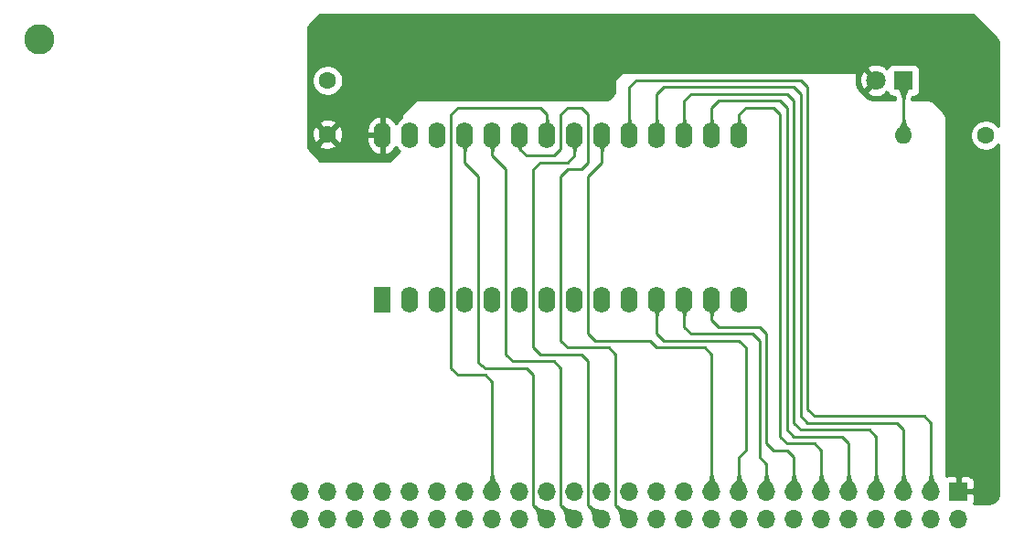
<source format=gbr>
%TF.GenerationSoftware,KiCad,Pcbnew,5.1.9*%
%TF.CreationDate,2021-02-01T10:15:42+01:00*%
%TF.ProjectId,ROM_27_28_DIP,524f4d5f-3237-45f3-9238-5f4449502e6b,1.1*%
%TF.SameCoordinates,Original*%
%TF.FileFunction,Copper,L1,Top*%
%TF.FilePolarity,Positive*%
%FSLAX46Y46*%
G04 Gerber Fmt 4.6, Leading zero omitted, Abs format (unit mm)*
G04 Created by KiCad (PCBNEW 5.1.9) date 2021-02-01 10:15:42*
%MOMM*%
%LPD*%
G01*
G04 APERTURE LIST*
%TA.AperFunction,ComponentPad*%
%ADD10O,1.600000X2.400000*%
%TD*%
%TA.AperFunction,ComponentPad*%
%ADD11R,1.600000X2.400000*%
%TD*%
%TA.AperFunction,ComponentPad*%
%ADD12O,1.700000X1.700000*%
%TD*%
%TA.AperFunction,ComponentPad*%
%ADD13R,1.700000X1.700000*%
%TD*%
%TA.AperFunction,ComponentPad*%
%ADD14C,2.800000*%
%TD*%
%TA.AperFunction,ComponentPad*%
%ADD15C,1.600000*%
%TD*%
%TA.AperFunction,ComponentPad*%
%ADD16O,1.600000X1.600000*%
%TD*%
%TA.AperFunction,ComponentPad*%
%ADD17C,1.800000*%
%TD*%
%TA.AperFunction,ComponentPad*%
%ADD18R,1.800000X1.800000*%
%TD*%
%TA.AperFunction,Conductor*%
%ADD19C,0.228600*%
%TD*%
%TA.AperFunction,Conductor*%
%ADD20C,0.254000*%
%TD*%
%TA.AperFunction,Conductor*%
%ADD21C,0.100000*%
%TD*%
%TA.AperFunction,Conductor*%
%ADD22C,0.025400*%
%TD*%
G04 APERTURE END LIST*
D10*
%TO.P,U1,28*%
%TO.N,VCC*%
X127000000Y-116840000D03*
%TO.P,U1,14*%
%TO.N,GND*%
X160020000Y-132080000D03*
%TO.P,U1,27*%
%TO.N,/A14*%
X129540000Y-116840000D03*
%TO.P,U1,13*%
%TO.N,/D2*%
X157480000Y-132080000D03*
%TO.P,U1,26*%
%TO.N,/A13*%
X132080000Y-116840000D03*
%TO.P,U1,12*%
%TO.N,/D1*%
X154940000Y-132080000D03*
%TO.P,U1,25*%
%TO.N,/A8*%
X134620000Y-116840000D03*
%TO.P,U1,11*%
%TO.N,/D0*%
X152400000Y-132080000D03*
%TO.P,U1,24*%
%TO.N,/A9*%
X137160000Y-116840000D03*
%TO.P,U1,10*%
%TO.N,/A0*%
X149860000Y-132080000D03*
%TO.P,U1,23*%
%TO.N,/A11*%
X139700000Y-116840000D03*
%TO.P,U1,9*%
%TO.N,/A1*%
X147320000Y-132080000D03*
%TO.P,U1,22*%
%TO.N,/~OE*%
X142240000Y-116840000D03*
%TO.P,U1,8*%
%TO.N,/A2*%
X144780000Y-132080000D03*
%TO.P,U1,21*%
%TO.N,/A10*%
X144780000Y-116840000D03*
%TO.P,U1,7*%
%TO.N,/A3*%
X142240000Y-132080000D03*
%TO.P,U1,20*%
%TO.N,/~ROMSEL*%
X147320000Y-116840000D03*
%TO.P,U1,6*%
%TO.N,/A4*%
X139700000Y-132080000D03*
%TO.P,U1,19*%
%TO.N,/D7*%
X149860000Y-116840000D03*
%TO.P,U1,5*%
%TO.N,/A5*%
X137160000Y-132080000D03*
%TO.P,U1,18*%
%TO.N,/D6*%
X152400000Y-116840000D03*
%TO.P,U1,4*%
%TO.N,/A6*%
X134620000Y-132080000D03*
%TO.P,U1,17*%
%TO.N,/D5*%
X154940000Y-116840000D03*
%TO.P,U1,3*%
%TO.N,/A7*%
X132080000Y-132080000D03*
%TO.P,U1,16*%
%TO.N,/D4*%
X157480000Y-116840000D03*
%TO.P,U1,2*%
%TO.N,/A12*%
X129540000Y-132080000D03*
%TO.P,U1,15*%
%TO.N,/D3*%
X160020000Y-116840000D03*
D11*
%TO.P,U1,1*%
%TO.N,N/C*%
X127000000Y-132080000D03*
%TD*%
D12*
%TO.P,J1,50*%
%TO.N,GND*%
X119380000Y-152400000D03*
%TO.P,J1,49*%
%TO.N,N/C*%
X119380000Y-149860000D03*
%TO.P,J1,48*%
%TO.N,/A0*%
X121920000Y-152400000D03*
%TO.P,J1,47*%
%TO.N,N/C*%
X121920000Y-149860000D03*
%TO.P,J1,46*%
%TO.N,/A1*%
X124460000Y-152400000D03*
%TO.P,J1,45*%
%TO.N,N/C*%
X124460000Y-149860000D03*
%TO.P,J1,44*%
%TO.N,/A2*%
X127000000Y-152400000D03*
%TO.P,J1,43*%
%TO.N,N/C*%
X127000000Y-149860000D03*
%TO.P,J1,42*%
%TO.N,/A3*%
X129540000Y-152400000D03*
%TO.P,J1,41*%
%TO.N,N/C*%
X129540000Y-149860000D03*
%TO.P,J1,40*%
%TO.N,/A4*%
X132080000Y-152400000D03*
%TO.P,J1,39*%
%TO.N,N/C*%
X132080000Y-149860000D03*
%TO.P,J1,38*%
%TO.N,/A5*%
X134620000Y-152400000D03*
%TO.P,J1,37*%
%TO.N,N/C*%
X134620000Y-149860000D03*
%TO.P,J1,36*%
%TO.N,/A6*%
X137160000Y-152400000D03*
%TO.P,J1,35*%
%TO.N,/~OE*%
X137160000Y-149860000D03*
%TO.P,J1,34*%
%TO.N,/A7*%
X139700000Y-152400000D03*
%TO.P,J1,33*%
%TO.N,N/C*%
X139700000Y-149860000D03*
%TO.P,J1,32*%
%TO.N,/A8*%
X142240000Y-152400000D03*
%TO.P,J1,31*%
%TO.N,N/C*%
X142240000Y-149860000D03*
%TO.P,J1,30*%
%TO.N,/A9*%
X144780000Y-152400000D03*
%TO.P,J1,29*%
%TO.N,N/C*%
X144780000Y-149860000D03*
%TO.P,J1,28*%
%TO.N,/A10*%
X147320000Y-152400000D03*
%TO.P,J1,27*%
%TO.N,N/C*%
X147320000Y-149860000D03*
%TO.P,J1,26*%
%TO.N,/A11*%
X149860000Y-152400000D03*
%TO.P,J1,25*%
%TO.N,N/C*%
X149860000Y-149860000D03*
%TO.P,J1,24*%
%TO.N,/A12*%
X152400000Y-152400000D03*
%TO.P,J1,23*%
%TO.N,N/C*%
X152400000Y-149860000D03*
%TO.P,J1,22*%
%TO.N,/A13*%
X154940000Y-152400000D03*
%TO.P,J1,21*%
%TO.N,N/C*%
X154940000Y-149860000D03*
%TO.P,J1,20*%
%TO.N,/A14*%
X157480000Y-152400000D03*
%TO.P,J1,19*%
%TO.N,/~ROMSEL*%
X157480000Y-149860000D03*
%TO.P,J1,18*%
%TO.N,N/C*%
X160020000Y-152400000D03*
%TO.P,J1,17*%
%TO.N,/D0*%
X160020000Y-149860000D03*
%TO.P,J1,16*%
%TO.N,N/C*%
X162560000Y-152400000D03*
%TO.P,J1,15*%
%TO.N,/D1*%
X162560000Y-149860000D03*
%TO.P,J1,14*%
%TO.N,N/C*%
X165100000Y-152400000D03*
%TO.P,J1,13*%
%TO.N,/D2*%
X165100000Y-149860000D03*
%TO.P,J1,12*%
%TO.N,N/C*%
X167640000Y-152400000D03*
%TO.P,J1,11*%
%TO.N,/D3*%
X167640000Y-149860000D03*
%TO.P,J1,10*%
%TO.N,N/C*%
X170180000Y-152400000D03*
%TO.P,J1,9*%
%TO.N,/D4*%
X170180000Y-149860000D03*
%TO.P,J1,8*%
%TO.N,N/C*%
X172720000Y-152400000D03*
%TO.P,J1,7*%
%TO.N,/D5*%
X172720000Y-149860000D03*
%TO.P,J1,6*%
%TO.N,N/C*%
X175260000Y-152400000D03*
%TO.P,J1,5*%
%TO.N,/D6*%
X175260000Y-149860000D03*
%TO.P,J1,4*%
%TO.N,N/C*%
X177800000Y-152400000D03*
%TO.P,J1,3*%
%TO.N,/D7*%
X177800000Y-149860000D03*
%TO.P,J1,2*%
%TO.N,N/C*%
X180340000Y-152400000D03*
D13*
%TO.P,J1,1*%
%TO.N,VCC*%
X180340000Y-149860000D03*
%TD*%
D14*
%TO.P,TP1,1*%
%TO.N,GND*%
X95250000Y-107950000D03*
%TD*%
D15*
%TO.P,C1,2*%
%TO.N,VCC*%
X121920000Y-116760000D03*
%TO.P,C1,1*%
%TO.N,GND*%
X121920000Y-111760000D03*
%TD*%
D16*
%TO.P,R1,2*%
%TO.N,Net-(D1-Pad1)*%
X175260000Y-116840000D03*
D15*
%TO.P,R1,1*%
%TO.N,GND*%
X182880000Y-116840000D03*
%TD*%
D17*
%TO.P,D1,2*%
%TO.N,VCC*%
X172720000Y-111760000D03*
D18*
%TO.P,D1,1*%
%TO.N,Net-(D1-Pad1)*%
X175260000Y-111760000D03*
%TD*%
D19*
%TO.N,Net-(D1-Pad1)*%
X175260000Y-111760000D02*
X175260000Y-116840000D01*
%TO.N,/~OE*%
X142240000Y-114935000D02*
X142240000Y-116840000D01*
X141605000Y-114300000D02*
X142240000Y-114935000D01*
X133985000Y-114300000D02*
X141605000Y-114300000D01*
X133350000Y-114935000D02*
X133985000Y-114300000D01*
X133350000Y-138430000D02*
X133350000Y-114935000D01*
X133985000Y-139065000D02*
X133350000Y-138430000D01*
X136525000Y-139065000D02*
X133985000Y-139065000D01*
X137160000Y-139700000D02*
X136525000Y-139065000D01*
X137160000Y-149860000D02*
X137160000Y-139700000D01*
%TO.N,/A8*%
X140970000Y-151130000D02*
X142240000Y-152400000D01*
X140970000Y-139065000D02*
X140970000Y-151130000D01*
X135890000Y-137900833D02*
X136525000Y-138430000D01*
X135890000Y-120650000D02*
X135890000Y-137900833D01*
X134620000Y-119380000D02*
X135890000Y-120650000D01*
X134620000Y-116840000D02*
X134620000Y-119380000D01*
X140970000Y-139065000D02*
X140335000Y-138430000D01*
X140335000Y-138430000D02*
X136525000Y-138430000D01*
%TO.N,/A9*%
X143510000Y-151130000D02*
X144780000Y-152400000D01*
X143510000Y-138430000D02*
X143510000Y-151130000D01*
X142875000Y-137795000D02*
X143510000Y-138430000D01*
X139065000Y-137795000D02*
X142875000Y-137795000D01*
X138430000Y-137160000D02*
X139065000Y-137795000D01*
X138430000Y-120015000D02*
X138430000Y-137160000D01*
X137160000Y-118745000D02*
X138430000Y-120015000D01*
X137160000Y-116840000D02*
X137160000Y-118745000D01*
%TO.N,/A10*%
X146050000Y-151130000D02*
X147320000Y-152400000D01*
X146050000Y-137795000D02*
X146050000Y-151130000D01*
X145415000Y-137160000D02*
X146050000Y-137795000D01*
X141605000Y-137160000D02*
X145415000Y-137160000D01*
X140970000Y-136525000D02*
X141605000Y-137160000D01*
X140970000Y-120015000D02*
X140970000Y-136525000D01*
X141605000Y-119380000D02*
X140970000Y-120015000D01*
X144145000Y-119380000D02*
X141605000Y-119380000D01*
X144780000Y-118745000D02*
X144145000Y-119380000D01*
X144780000Y-116840000D02*
X144780000Y-118745000D01*
%TO.N,/A11*%
X148590000Y-151130000D02*
X149860000Y-152400000D01*
X148590000Y-137160000D02*
X148590000Y-151130000D01*
X139700000Y-116840000D02*
X139700000Y-118110000D01*
X139700000Y-118110000D02*
X140335000Y-118745000D01*
X144145000Y-120015000D02*
X143510000Y-120650000D01*
X144145000Y-136525000D02*
X147955000Y-136525000D01*
X142875000Y-118745000D02*
X143510000Y-118110000D01*
X143510000Y-120650000D02*
X143510000Y-135890000D01*
X144145000Y-114300000D02*
X145415000Y-114300000D01*
X143510000Y-135890000D02*
X144145000Y-136525000D01*
X140335000Y-118745000D02*
X142875000Y-118745000D01*
X143510000Y-114935000D02*
X144145000Y-114300000D01*
X145415000Y-114300000D02*
X146050000Y-114935000D01*
X146050000Y-114935000D02*
X146050000Y-119380000D01*
X147955000Y-136525000D02*
X148590000Y-137160000D01*
X146050000Y-119380000D02*
X145415000Y-120015000D01*
X143510000Y-118110000D02*
X143510000Y-114935000D01*
X145415000Y-120015000D02*
X144145000Y-120015000D01*
%TO.N,/D0*%
X160020000Y-147955000D02*
X160020000Y-149860000D01*
X160020000Y-146685000D02*
X160020000Y-147955000D01*
X160655000Y-136525000D02*
X160655000Y-146050000D01*
X160655000Y-146050000D02*
X160020000Y-146685000D01*
X160020000Y-135890000D02*
X160655000Y-136525000D01*
X153035000Y-135890000D02*
X160020000Y-135890000D01*
X152400000Y-135255000D02*
X153035000Y-135890000D01*
X152400000Y-132080000D02*
X152400000Y-135255000D01*
%TO.N,/D1*%
X154940000Y-134620000D02*
X154940000Y-132080000D01*
X161290000Y-135255000D02*
X155575000Y-135255000D01*
X155575000Y-135255000D02*
X154940000Y-134620000D01*
X161925000Y-135890000D02*
X161290000Y-135255000D01*
X161925000Y-146685000D02*
X161925000Y-135890000D01*
X162560000Y-147320000D02*
X161925000Y-146685000D01*
X162560000Y-149860000D02*
X162560000Y-147320000D01*
%TO.N,/D2*%
X165100000Y-146685000D02*
X165100000Y-149860000D01*
X163195000Y-146050000D02*
X164465000Y-146050000D01*
X161925000Y-134620000D02*
X162560000Y-135255000D01*
X158115000Y-134620000D02*
X161925000Y-134620000D01*
X164465000Y-146050000D02*
X165100000Y-146685000D01*
X162560000Y-135255000D02*
X162560000Y-145415000D01*
X157480000Y-133985000D02*
X158115000Y-134620000D01*
X162560000Y-145415000D02*
X163195000Y-146050000D01*
X157480000Y-132080000D02*
X157480000Y-133985000D01*
%TO.N,/D3*%
X160020000Y-114935000D02*
X160020000Y-116840000D01*
X160655000Y-114300000D02*
X160020000Y-114935000D01*
X163830000Y-114935000D02*
X163195000Y-114300000D01*
X163195000Y-114300000D02*
X160655000Y-114300000D01*
X163830000Y-114935000D02*
X163830000Y-144780000D01*
X163830000Y-144780000D02*
X164465000Y-145415000D01*
X164465000Y-145415000D02*
X167005000Y-145415000D01*
X167640000Y-146050000D02*
X167640000Y-149860000D01*
X167005000Y-145415000D02*
X167640000Y-146050000D01*
%TO.N,/D4*%
X170180000Y-145415000D02*
X170180000Y-149860000D01*
X158115000Y-113665000D02*
X157480000Y-114300000D01*
X164465000Y-144145000D02*
X164465000Y-114300000D01*
X165100000Y-144780000D02*
X164465000Y-144145000D01*
X169545000Y-144780000D02*
X165100000Y-144780000D01*
X157480000Y-114300000D02*
X157480000Y-116840000D01*
X163830000Y-113665000D02*
X158115000Y-113665000D01*
X164465000Y-114300000D02*
X163830000Y-113665000D01*
X170180000Y-145415000D02*
X169545000Y-144780000D01*
%TO.N,/D5*%
X154940000Y-113665000D02*
X154940000Y-116840000D01*
X155575000Y-113030000D02*
X154940000Y-113665000D01*
X165100000Y-113665000D02*
X164465000Y-113030000D01*
X165100000Y-143510000D02*
X165100000Y-113665000D01*
X165735000Y-144145000D02*
X165100000Y-143510000D01*
X164465000Y-113030000D02*
X155575000Y-113030000D01*
X172085000Y-144145000D02*
X165735000Y-144145000D01*
X172720000Y-144780000D02*
X172085000Y-144145000D01*
X172720000Y-149860000D02*
X172720000Y-144780000D01*
%TO.N,/D6*%
X175260000Y-144145000D02*
X175260000Y-149860000D01*
X174625000Y-143510000D02*
X175260000Y-144145000D01*
X166370000Y-143510000D02*
X174625000Y-143510000D01*
X165735000Y-142875000D02*
X166370000Y-143510000D01*
X165735000Y-113030000D02*
X165735000Y-142875000D01*
X165100000Y-112395000D02*
X165735000Y-113030000D01*
X153035000Y-112395000D02*
X165100000Y-112395000D01*
X152400000Y-113030000D02*
X153035000Y-112395000D01*
X152400000Y-116840000D02*
X152400000Y-113030000D01*
%TO.N,/D7*%
X165735000Y-111760000D02*
X150495000Y-111760000D01*
X166370000Y-112395000D02*
X165735000Y-111760000D01*
X167005000Y-142875000D02*
X166370000Y-142240000D01*
X166370000Y-142240000D02*
X166370000Y-112395000D01*
X177165000Y-142875000D02*
X167005000Y-142875000D01*
X149860000Y-112395000D02*
X149860000Y-116840000D01*
X150495000Y-111760000D02*
X149860000Y-112395000D01*
X177800000Y-143510000D02*
X177165000Y-142875000D01*
X177800000Y-149860000D02*
X177800000Y-143510000D01*
%TO.N,/~ROMSEL*%
X157480000Y-137160000D02*
X157480000Y-149860000D01*
X156845000Y-136525000D02*
X157480000Y-137160000D01*
X146685000Y-135890000D02*
X151765000Y-135890000D01*
X146050000Y-135255000D02*
X146685000Y-135890000D01*
X152400000Y-136525000D02*
X156845000Y-136525000D01*
X146050000Y-120650000D02*
X146050000Y-135255000D01*
X151765000Y-135890000D02*
X152400000Y-136525000D01*
X147320000Y-119380000D02*
X146050000Y-120650000D01*
X147320000Y-116840000D02*
X147320000Y-119380000D01*
%TD*%
D20*
%TO.N,VCC*%
X181717664Y-105697270D02*
X183862730Y-107842336D01*
X184023000Y-108229263D01*
X184023000Y-115967689D01*
X183994637Y-115925241D01*
X183794759Y-115725363D01*
X183559727Y-115568320D01*
X183298574Y-115460147D01*
X183021335Y-115405000D01*
X182738665Y-115405000D01*
X182461426Y-115460147D01*
X182200273Y-115568320D01*
X181965241Y-115725363D01*
X181765363Y-115925241D01*
X181608320Y-116160273D01*
X181500147Y-116421426D01*
X181445000Y-116698665D01*
X181445000Y-116981335D01*
X181500147Y-117258574D01*
X181608320Y-117519727D01*
X181765363Y-117754759D01*
X181965241Y-117954637D01*
X182200273Y-118111680D01*
X182461426Y-118219853D01*
X182738665Y-118275000D01*
X183021335Y-118275000D01*
X183298574Y-118219853D01*
X183559727Y-118111680D01*
X183794759Y-117954637D01*
X183994637Y-117754759D01*
X184023000Y-117712311D01*
X184023000Y-150215737D01*
X183862730Y-150602664D01*
X183622664Y-150842730D01*
X183235737Y-151003000D01*
X181753407Y-151003000D01*
X181779502Y-150954180D01*
X181815812Y-150834482D01*
X181828072Y-150710000D01*
X181825000Y-150145750D01*
X181666250Y-149987000D01*
X180467000Y-149987000D01*
X180467000Y-150007000D01*
X180213000Y-150007000D01*
X180213000Y-149987000D01*
X180193000Y-149987000D01*
X180193000Y-149733000D01*
X180213000Y-149733000D01*
X180213000Y-148533750D01*
X180467000Y-148533750D01*
X180467000Y-149733000D01*
X181666250Y-149733000D01*
X181825000Y-149574250D01*
X181828072Y-149010000D01*
X181815812Y-148885518D01*
X181779502Y-148765820D01*
X181720537Y-148655506D01*
X181641185Y-148558815D01*
X181544494Y-148479463D01*
X181434180Y-148420498D01*
X181314482Y-148384188D01*
X181190000Y-148371928D01*
X180625750Y-148375000D01*
X180467000Y-148533750D01*
X180213000Y-148533750D01*
X180054250Y-148375000D01*
X179490000Y-148371928D01*
X179365518Y-148384188D01*
X179245820Y-148420498D01*
X179197000Y-148446593D01*
X179197000Y-115189000D01*
X179194560Y-115164224D01*
X179187333Y-115140399D01*
X179007728Y-114706794D01*
X178995992Y-114684838D01*
X178980198Y-114665592D01*
X178069408Y-113754802D01*
X178050162Y-113739008D01*
X178028206Y-113727272D01*
X177594601Y-113547667D01*
X177570776Y-113540440D01*
X177546000Y-113538000D01*
X176015100Y-113538000D01*
X176023570Y-113460025D01*
X176040143Y-113371604D01*
X176060145Y-113298072D01*
X176160000Y-113298072D01*
X176284482Y-113285812D01*
X176404180Y-113249502D01*
X176514494Y-113190537D01*
X176611185Y-113111185D01*
X176690537Y-113014494D01*
X176749502Y-112904180D01*
X176785812Y-112784482D01*
X176798072Y-112660000D01*
X176798072Y-110860000D01*
X176785812Y-110735518D01*
X176749502Y-110615820D01*
X176690537Y-110505506D01*
X176611185Y-110408815D01*
X176514494Y-110329463D01*
X176404180Y-110270498D01*
X176284482Y-110234188D01*
X176160000Y-110221928D01*
X174360000Y-110221928D01*
X174235518Y-110234188D01*
X174115820Y-110270498D01*
X174005506Y-110329463D01*
X173908815Y-110408815D01*
X173829463Y-110505506D01*
X173770498Y-110615820D01*
X173767187Y-110626735D01*
X173720422Y-110579970D01*
X173604474Y-110695918D01*
X173520792Y-110441739D01*
X173248225Y-110310842D01*
X172955358Y-110235635D01*
X172653447Y-110219009D01*
X172354093Y-110261603D01*
X172068801Y-110361778D01*
X171919208Y-110441739D01*
X171835525Y-110695920D01*
X172720000Y-111580395D01*
X172734143Y-111566253D01*
X172913748Y-111745858D01*
X172899605Y-111760000D01*
X172913748Y-111774143D01*
X172734143Y-111953748D01*
X172720000Y-111939605D01*
X171835525Y-112824080D01*
X171919208Y-113078261D01*
X172191775Y-113209158D01*
X172484642Y-113284365D01*
X172786553Y-113300991D01*
X173085907Y-113258397D01*
X173371199Y-113158222D01*
X173520792Y-113078261D01*
X173604474Y-112824082D01*
X173720422Y-112940030D01*
X173767187Y-112893265D01*
X173770498Y-112904180D01*
X173829463Y-113014494D01*
X173908815Y-113111185D01*
X174005506Y-113190537D01*
X174115820Y-113249502D01*
X174235518Y-113285812D01*
X174360000Y-113298072D01*
X174459854Y-113298072D01*
X174479856Y-113371604D01*
X174496429Y-113460025D01*
X174504899Y-113538000D01*
X172364263Y-113538000D01*
X171977336Y-113377730D01*
X171102270Y-112502664D01*
X170942000Y-112115737D01*
X170942000Y-111826553D01*
X171179009Y-111826553D01*
X171221603Y-112125907D01*
X171321778Y-112411199D01*
X171401739Y-112560792D01*
X171655920Y-112644475D01*
X172540395Y-111760000D01*
X171655920Y-110875525D01*
X171401739Y-110959208D01*
X171270842Y-111231775D01*
X171195635Y-111524642D01*
X171179009Y-111826553D01*
X170942000Y-111826553D01*
X170942000Y-105716606D01*
X170998606Y-105660000D01*
X181627686Y-105660000D01*
X181717664Y-105697270D01*
%TA.AperFunction,Conductor*%
D21*
G36*
X181717664Y-105697270D02*
G01*
X183862730Y-107842336D01*
X184023000Y-108229263D01*
X184023000Y-115967689D01*
X183994637Y-115925241D01*
X183794759Y-115725363D01*
X183559727Y-115568320D01*
X183298574Y-115460147D01*
X183021335Y-115405000D01*
X182738665Y-115405000D01*
X182461426Y-115460147D01*
X182200273Y-115568320D01*
X181965241Y-115725363D01*
X181765363Y-115925241D01*
X181608320Y-116160273D01*
X181500147Y-116421426D01*
X181445000Y-116698665D01*
X181445000Y-116981335D01*
X181500147Y-117258574D01*
X181608320Y-117519727D01*
X181765363Y-117754759D01*
X181965241Y-117954637D01*
X182200273Y-118111680D01*
X182461426Y-118219853D01*
X182738665Y-118275000D01*
X183021335Y-118275000D01*
X183298574Y-118219853D01*
X183559727Y-118111680D01*
X183794759Y-117954637D01*
X183994637Y-117754759D01*
X184023000Y-117712311D01*
X184023000Y-150215737D01*
X183862730Y-150602664D01*
X183622664Y-150842730D01*
X183235737Y-151003000D01*
X181753407Y-151003000D01*
X181779502Y-150954180D01*
X181815812Y-150834482D01*
X181828072Y-150710000D01*
X181825000Y-150145750D01*
X181666250Y-149987000D01*
X180467000Y-149987000D01*
X180467000Y-150007000D01*
X180213000Y-150007000D01*
X180213000Y-149987000D01*
X180193000Y-149987000D01*
X180193000Y-149733000D01*
X180213000Y-149733000D01*
X180213000Y-148533750D01*
X180467000Y-148533750D01*
X180467000Y-149733000D01*
X181666250Y-149733000D01*
X181825000Y-149574250D01*
X181828072Y-149010000D01*
X181815812Y-148885518D01*
X181779502Y-148765820D01*
X181720537Y-148655506D01*
X181641185Y-148558815D01*
X181544494Y-148479463D01*
X181434180Y-148420498D01*
X181314482Y-148384188D01*
X181190000Y-148371928D01*
X180625750Y-148375000D01*
X180467000Y-148533750D01*
X180213000Y-148533750D01*
X180054250Y-148375000D01*
X179490000Y-148371928D01*
X179365518Y-148384188D01*
X179245820Y-148420498D01*
X179197000Y-148446593D01*
X179197000Y-115189000D01*
X179194560Y-115164224D01*
X179187333Y-115140399D01*
X179007728Y-114706794D01*
X178995992Y-114684838D01*
X178980198Y-114665592D01*
X178069408Y-113754802D01*
X178050162Y-113739008D01*
X178028206Y-113727272D01*
X177594601Y-113547667D01*
X177570776Y-113540440D01*
X177546000Y-113538000D01*
X176015100Y-113538000D01*
X176023570Y-113460025D01*
X176040143Y-113371604D01*
X176060145Y-113298072D01*
X176160000Y-113298072D01*
X176284482Y-113285812D01*
X176404180Y-113249502D01*
X176514494Y-113190537D01*
X176611185Y-113111185D01*
X176690537Y-113014494D01*
X176749502Y-112904180D01*
X176785812Y-112784482D01*
X176798072Y-112660000D01*
X176798072Y-110860000D01*
X176785812Y-110735518D01*
X176749502Y-110615820D01*
X176690537Y-110505506D01*
X176611185Y-110408815D01*
X176514494Y-110329463D01*
X176404180Y-110270498D01*
X176284482Y-110234188D01*
X176160000Y-110221928D01*
X174360000Y-110221928D01*
X174235518Y-110234188D01*
X174115820Y-110270498D01*
X174005506Y-110329463D01*
X173908815Y-110408815D01*
X173829463Y-110505506D01*
X173770498Y-110615820D01*
X173767187Y-110626735D01*
X173720422Y-110579970D01*
X173604474Y-110695918D01*
X173520792Y-110441739D01*
X173248225Y-110310842D01*
X172955358Y-110235635D01*
X172653447Y-110219009D01*
X172354093Y-110261603D01*
X172068801Y-110361778D01*
X171919208Y-110441739D01*
X171835525Y-110695920D01*
X172720000Y-111580395D01*
X172734143Y-111566253D01*
X172913748Y-111745858D01*
X172899605Y-111760000D01*
X172913748Y-111774143D01*
X172734143Y-111953748D01*
X172720000Y-111939605D01*
X171835525Y-112824080D01*
X171919208Y-113078261D01*
X172191775Y-113209158D01*
X172484642Y-113284365D01*
X172786553Y-113300991D01*
X173085907Y-113258397D01*
X173371199Y-113158222D01*
X173520792Y-113078261D01*
X173604474Y-112824082D01*
X173720422Y-112940030D01*
X173767187Y-112893265D01*
X173770498Y-112904180D01*
X173829463Y-113014494D01*
X173908815Y-113111185D01*
X174005506Y-113190537D01*
X174115820Y-113249502D01*
X174235518Y-113285812D01*
X174360000Y-113298072D01*
X174459854Y-113298072D01*
X174479856Y-113371604D01*
X174496429Y-113460025D01*
X174504899Y-113538000D01*
X172364263Y-113538000D01*
X171977336Y-113377730D01*
X171102270Y-112502664D01*
X170942000Y-112115737D01*
X170942000Y-111826553D01*
X171179009Y-111826553D01*
X171221603Y-112125907D01*
X171321778Y-112411199D01*
X171401739Y-112560792D01*
X171655920Y-112644475D01*
X172540395Y-111760000D01*
X171655920Y-110875525D01*
X171401739Y-110959208D01*
X171270842Y-111231775D01*
X171195635Y-111524642D01*
X171179009Y-111826553D01*
X170942000Y-111826553D01*
X170942000Y-105716606D01*
X170998606Y-105660000D01*
X181627686Y-105660000D01*
X181717664Y-105697270D01*
G37*
%TD.AperFunction*%
%TD*%
D20*
%TO.N,VCC*%
X171958000Y-110421004D02*
X171919208Y-110441739D01*
X171835525Y-110695920D01*
X171958000Y-110818395D01*
X171958000Y-110945394D01*
X171905394Y-110998000D01*
X171778395Y-110998000D01*
X171655920Y-110875525D01*
X171401739Y-110959208D01*
X171383110Y-110998000D01*
X149352000Y-110998000D01*
X149327224Y-111000440D01*
X149303399Y-111007667D01*
X149086596Y-111097470D01*
X149064639Y-111109206D01*
X149045394Y-111125000D01*
X148590000Y-111580394D01*
X148574206Y-111599640D01*
X148562470Y-111621596D01*
X148472667Y-111838399D01*
X148465440Y-111862223D01*
X148463000Y-111887000D01*
X148463000Y-112877737D01*
X148392532Y-113047862D01*
X147972862Y-113467532D01*
X147802737Y-113538000D01*
X130302000Y-113538000D01*
X130277224Y-113540440D01*
X130253399Y-113547667D01*
X130036596Y-113637470D01*
X130014639Y-113649206D01*
X129995394Y-113665000D01*
X128905000Y-114755394D01*
X128889206Y-114774640D01*
X128877470Y-114796596D01*
X128787667Y-115013399D01*
X128780440Y-115037223D01*
X128778000Y-115062000D01*
X128778000Y-115220168D01*
X128738899Y-115241068D01*
X128520392Y-115420393D01*
X128341068Y-115638900D01*
X128272735Y-115766742D01*
X128122601Y-115537161D01*
X127924895Y-115335500D01*
X127691646Y-115176285D01*
X127431818Y-115065633D01*
X127349039Y-115048096D01*
X127127000Y-115170085D01*
X127127000Y-116713000D01*
X127147000Y-116713000D01*
X127147000Y-116967000D01*
X127127000Y-116967000D01*
X127127000Y-118509915D01*
X127349039Y-118631904D01*
X127431818Y-118614367D01*
X127691646Y-118503715D01*
X127924895Y-118344500D01*
X128122601Y-118142839D01*
X128272735Y-117913259D01*
X128341068Y-118041101D01*
X128520393Y-118259608D01*
X128550817Y-118284577D01*
X127652862Y-119182532D01*
X127482737Y-119253000D01*
X121437263Y-119253000D01*
X121267138Y-119182532D01*
X120212468Y-118127862D01*
X120142000Y-117957737D01*
X120142000Y-117752702D01*
X121106903Y-117752702D01*
X121178486Y-117996671D01*
X121433996Y-118117571D01*
X121708184Y-118186300D01*
X121990512Y-118200217D01*
X122270130Y-118158787D01*
X122536292Y-118063603D01*
X122661514Y-117996671D01*
X122733097Y-117752702D01*
X121920000Y-116939605D01*
X121106903Y-117752702D01*
X120142000Y-117752702D01*
X120142000Y-116830512D01*
X120479783Y-116830512D01*
X120521213Y-117110130D01*
X120616397Y-117376292D01*
X120683329Y-117501514D01*
X120927298Y-117573097D01*
X121740395Y-116760000D01*
X122099605Y-116760000D01*
X122912702Y-117573097D01*
X123156671Y-117501514D01*
X123277571Y-117246004D01*
X123346300Y-116971816D01*
X123346537Y-116967000D01*
X125565000Y-116967000D01*
X125565000Y-117367000D01*
X125617350Y-117644514D01*
X125722834Y-117906483D01*
X125877399Y-118142839D01*
X126075105Y-118344500D01*
X126308354Y-118503715D01*
X126568182Y-118614367D01*
X126650961Y-118631904D01*
X126873000Y-118509915D01*
X126873000Y-116967000D01*
X125565000Y-116967000D01*
X123346537Y-116967000D01*
X123360217Y-116689488D01*
X123318787Y-116409870D01*
X123284145Y-116313000D01*
X125565000Y-116313000D01*
X125565000Y-116713000D01*
X126873000Y-116713000D01*
X126873000Y-115170085D01*
X126650961Y-115048096D01*
X126568182Y-115065633D01*
X126308354Y-115176285D01*
X126075105Y-115335500D01*
X125877399Y-115537161D01*
X125722834Y-115773517D01*
X125617350Y-116035486D01*
X125565000Y-116313000D01*
X123284145Y-116313000D01*
X123223603Y-116143708D01*
X123156671Y-116018486D01*
X122912702Y-115946903D01*
X122099605Y-116760000D01*
X121740395Y-116760000D01*
X120927298Y-115946903D01*
X120683329Y-116018486D01*
X120562429Y-116273996D01*
X120493700Y-116548184D01*
X120479783Y-116830512D01*
X120142000Y-116830512D01*
X120142000Y-115767298D01*
X121106903Y-115767298D01*
X121920000Y-116580395D01*
X122733097Y-115767298D01*
X122661514Y-115523329D01*
X122406004Y-115402429D01*
X122131816Y-115333700D01*
X121849488Y-115319783D01*
X121569870Y-115361213D01*
X121303708Y-115456397D01*
X121178486Y-115523329D01*
X121106903Y-115767298D01*
X120142000Y-115767298D01*
X120142000Y-111618665D01*
X120485000Y-111618665D01*
X120485000Y-111901335D01*
X120540147Y-112178574D01*
X120648320Y-112439727D01*
X120805363Y-112674759D01*
X121005241Y-112874637D01*
X121240273Y-113031680D01*
X121501426Y-113139853D01*
X121778665Y-113195000D01*
X122061335Y-113195000D01*
X122338574Y-113139853D01*
X122599727Y-113031680D01*
X122834759Y-112874637D01*
X123034637Y-112674759D01*
X123191680Y-112439727D01*
X123299853Y-112178574D01*
X123355000Y-111901335D01*
X123355000Y-111618665D01*
X123299853Y-111341426D01*
X123191680Y-111080273D01*
X123034637Y-110845241D01*
X122834759Y-110645363D01*
X122599727Y-110488320D01*
X122338574Y-110380147D01*
X122061335Y-110325000D01*
X121778665Y-110325000D01*
X121501426Y-110380147D01*
X121240273Y-110488320D01*
X121005241Y-110645363D01*
X120805363Y-110845241D01*
X120648320Y-111080273D01*
X120540147Y-111341426D01*
X120485000Y-111618665D01*
X120142000Y-111618665D01*
X120142000Y-106832263D01*
X120212468Y-106662138D01*
X121214606Y-105660000D01*
X171958000Y-105660000D01*
X171958000Y-110421004D01*
%TA.AperFunction,Conductor*%
D21*
G36*
X171958000Y-110421004D02*
G01*
X171919208Y-110441739D01*
X171835525Y-110695920D01*
X171958000Y-110818395D01*
X171958000Y-110945394D01*
X171905394Y-110998000D01*
X171778395Y-110998000D01*
X171655920Y-110875525D01*
X171401739Y-110959208D01*
X171383110Y-110998000D01*
X149352000Y-110998000D01*
X149327224Y-111000440D01*
X149303399Y-111007667D01*
X149086596Y-111097470D01*
X149064639Y-111109206D01*
X149045394Y-111125000D01*
X148590000Y-111580394D01*
X148574206Y-111599640D01*
X148562470Y-111621596D01*
X148472667Y-111838399D01*
X148465440Y-111862223D01*
X148463000Y-111887000D01*
X148463000Y-112877737D01*
X148392532Y-113047862D01*
X147972862Y-113467532D01*
X147802737Y-113538000D01*
X130302000Y-113538000D01*
X130277224Y-113540440D01*
X130253399Y-113547667D01*
X130036596Y-113637470D01*
X130014639Y-113649206D01*
X129995394Y-113665000D01*
X128905000Y-114755394D01*
X128889206Y-114774640D01*
X128877470Y-114796596D01*
X128787667Y-115013399D01*
X128780440Y-115037223D01*
X128778000Y-115062000D01*
X128778000Y-115220168D01*
X128738899Y-115241068D01*
X128520392Y-115420393D01*
X128341068Y-115638900D01*
X128272735Y-115766742D01*
X128122601Y-115537161D01*
X127924895Y-115335500D01*
X127691646Y-115176285D01*
X127431818Y-115065633D01*
X127349039Y-115048096D01*
X127127000Y-115170085D01*
X127127000Y-116713000D01*
X127147000Y-116713000D01*
X127147000Y-116967000D01*
X127127000Y-116967000D01*
X127127000Y-118509915D01*
X127349039Y-118631904D01*
X127431818Y-118614367D01*
X127691646Y-118503715D01*
X127924895Y-118344500D01*
X128122601Y-118142839D01*
X128272735Y-117913259D01*
X128341068Y-118041101D01*
X128520393Y-118259608D01*
X128550817Y-118284577D01*
X127652862Y-119182532D01*
X127482737Y-119253000D01*
X121437263Y-119253000D01*
X121267138Y-119182532D01*
X120212468Y-118127862D01*
X120142000Y-117957737D01*
X120142000Y-117752702D01*
X121106903Y-117752702D01*
X121178486Y-117996671D01*
X121433996Y-118117571D01*
X121708184Y-118186300D01*
X121990512Y-118200217D01*
X122270130Y-118158787D01*
X122536292Y-118063603D01*
X122661514Y-117996671D01*
X122733097Y-117752702D01*
X121920000Y-116939605D01*
X121106903Y-117752702D01*
X120142000Y-117752702D01*
X120142000Y-116830512D01*
X120479783Y-116830512D01*
X120521213Y-117110130D01*
X120616397Y-117376292D01*
X120683329Y-117501514D01*
X120927298Y-117573097D01*
X121740395Y-116760000D01*
X122099605Y-116760000D01*
X122912702Y-117573097D01*
X123156671Y-117501514D01*
X123277571Y-117246004D01*
X123346300Y-116971816D01*
X123346537Y-116967000D01*
X125565000Y-116967000D01*
X125565000Y-117367000D01*
X125617350Y-117644514D01*
X125722834Y-117906483D01*
X125877399Y-118142839D01*
X126075105Y-118344500D01*
X126308354Y-118503715D01*
X126568182Y-118614367D01*
X126650961Y-118631904D01*
X126873000Y-118509915D01*
X126873000Y-116967000D01*
X125565000Y-116967000D01*
X123346537Y-116967000D01*
X123360217Y-116689488D01*
X123318787Y-116409870D01*
X123284145Y-116313000D01*
X125565000Y-116313000D01*
X125565000Y-116713000D01*
X126873000Y-116713000D01*
X126873000Y-115170085D01*
X126650961Y-115048096D01*
X126568182Y-115065633D01*
X126308354Y-115176285D01*
X126075105Y-115335500D01*
X125877399Y-115537161D01*
X125722834Y-115773517D01*
X125617350Y-116035486D01*
X125565000Y-116313000D01*
X123284145Y-116313000D01*
X123223603Y-116143708D01*
X123156671Y-116018486D01*
X122912702Y-115946903D01*
X122099605Y-116760000D01*
X121740395Y-116760000D01*
X120927298Y-115946903D01*
X120683329Y-116018486D01*
X120562429Y-116273996D01*
X120493700Y-116548184D01*
X120479783Y-116830512D01*
X120142000Y-116830512D01*
X120142000Y-115767298D01*
X121106903Y-115767298D01*
X121920000Y-116580395D01*
X122733097Y-115767298D01*
X122661514Y-115523329D01*
X122406004Y-115402429D01*
X122131816Y-115333700D01*
X121849488Y-115319783D01*
X121569870Y-115361213D01*
X121303708Y-115456397D01*
X121178486Y-115523329D01*
X121106903Y-115767298D01*
X120142000Y-115767298D01*
X120142000Y-111618665D01*
X120485000Y-111618665D01*
X120485000Y-111901335D01*
X120540147Y-112178574D01*
X120648320Y-112439727D01*
X120805363Y-112674759D01*
X121005241Y-112874637D01*
X121240273Y-113031680D01*
X121501426Y-113139853D01*
X121778665Y-113195000D01*
X122061335Y-113195000D01*
X122338574Y-113139853D01*
X122599727Y-113031680D01*
X122834759Y-112874637D01*
X123034637Y-112674759D01*
X123191680Y-112439727D01*
X123299853Y-112178574D01*
X123355000Y-111901335D01*
X123355000Y-111618665D01*
X123299853Y-111341426D01*
X123191680Y-111080273D01*
X123034637Y-110845241D01*
X122834759Y-110645363D01*
X122599727Y-110488320D01*
X122338574Y-110380147D01*
X122061335Y-110325000D01*
X121778665Y-110325000D01*
X121501426Y-110380147D01*
X121240273Y-110488320D01*
X121005241Y-110645363D01*
X120805363Y-110845241D01*
X120648320Y-111080273D01*
X120540147Y-111341426D01*
X120485000Y-111618665D01*
X120142000Y-111618665D01*
X120142000Y-106832263D01*
X120212468Y-106662138D01*
X121214606Y-105660000D01*
X171958000Y-105660000D01*
X171958000Y-110421004D01*
G37*
%TD.AperFunction*%
%TD*%
D22*
%TO.N,Net-(D1-Pad1)*%
X175366064Y-115312370D02*
X175366130Y-115313297D01*
X175379501Y-115436432D01*
X175379644Y-115437400D01*
X175401929Y-115556328D01*
X175402157Y-115557322D01*
X175433356Y-115672043D01*
X175433673Y-115673043D01*
X175473786Y-115783557D01*
X175474191Y-115784543D01*
X175523218Y-115890849D01*
X175523706Y-115891798D01*
X175581647Y-115993898D01*
X175582204Y-115994792D01*
X175649059Y-116092684D01*
X175649672Y-116093508D01*
X175725441Y-116187193D01*
X175726092Y-116187937D01*
X175804271Y-116270542D01*
X175260000Y-117214574D01*
X174715729Y-116270542D01*
X174793907Y-116187937D01*
X174794558Y-116187193D01*
X174870327Y-116093508D01*
X174870940Y-116092684D01*
X174937795Y-115994792D01*
X174938352Y-115993898D01*
X174996293Y-115891798D01*
X174996781Y-115890849D01*
X175045808Y-115784543D01*
X175046213Y-115783557D01*
X175086326Y-115673043D01*
X175086643Y-115672043D01*
X175117842Y-115557322D01*
X175118070Y-115556328D01*
X175140355Y-115437400D01*
X175140498Y-115436432D01*
X175153869Y-115313297D01*
X175153935Y-115312370D01*
X175157963Y-115197284D01*
X175362037Y-115197284D01*
X175366064Y-115312370D01*
%TA.AperFunction,Conductor*%
D21*
G36*
X175366064Y-115312370D02*
G01*
X175366130Y-115313297D01*
X175379501Y-115436432D01*
X175379644Y-115437400D01*
X175401929Y-115556328D01*
X175402157Y-115557322D01*
X175433356Y-115672043D01*
X175433673Y-115673043D01*
X175473786Y-115783557D01*
X175474191Y-115784543D01*
X175523218Y-115890849D01*
X175523706Y-115891798D01*
X175581647Y-115993898D01*
X175582204Y-115994792D01*
X175649059Y-116092684D01*
X175649672Y-116093508D01*
X175725441Y-116187193D01*
X175726092Y-116187937D01*
X175804271Y-116270542D01*
X175260000Y-117214574D01*
X174715729Y-116270542D01*
X174793907Y-116187937D01*
X174794558Y-116187193D01*
X174870327Y-116093508D01*
X174870940Y-116092684D01*
X174937795Y-115994792D01*
X174938352Y-115993898D01*
X174996293Y-115891798D01*
X174996781Y-115890849D01*
X175045808Y-115784543D01*
X175046213Y-115783557D01*
X175086326Y-115673043D01*
X175086643Y-115672043D01*
X175117842Y-115557322D01*
X175118070Y-115556328D01*
X175140355Y-115437400D01*
X175140498Y-115436432D01*
X175153869Y-115313297D01*
X175153935Y-115312370D01*
X175157963Y-115197284D01*
X175362037Y-115197284D01*
X175366064Y-115312370D01*
G37*
%TD.AperFunction*%
%TD*%
D22*
%TO.N,Net-(D1-Pad1)*%
X175874271Y-112400871D02*
X175782792Y-112497526D01*
X175782142Y-112498269D01*
X175694473Y-112606661D01*
X175693860Y-112607485D01*
X175616505Y-112720739D01*
X175615947Y-112721633D01*
X175548906Y-112839750D01*
X175548419Y-112840699D01*
X175491692Y-112963678D01*
X175491286Y-112964664D01*
X175444873Y-113092506D01*
X175444556Y-113093506D01*
X175408457Y-113226211D01*
X175408229Y-113227205D01*
X175382444Y-113364772D01*
X175382301Y-113365741D01*
X175366830Y-113508172D01*
X175366764Y-113509099D01*
X175362037Y-113644136D01*
X175157963Y-113644136D01*
X175153235Y-113509099D01*
X175153169Y-113508172D01*
X175137698Y-113365741D01*
X175137555Y-113364772D01*
X175111770Y-113227205D01*
X175111542Y-113226211D01*
X175075443Y-113093506D01*
X175075126Y-113092506D01*
X175028713Y-112964664D01*
X175028307Y-112963678D01*
X174971580Y-112840699D01*
X174971093Y-112839750D01*
X174904052Y-112721633D01*
X174903494Y-112720739D01*
X174826139Y-112607485D01*
X174825526Y-112606661D01*
X174737857Y-112498269D01*
X174737207Y-112497526D01*
X174645729Y-112400871D01*
X175260000Y-111335426D01*
X175874271Y-112400871D01*
%TA.AperFunction,Conductor*%
D21*
G36*
X175874271Y-112400871D02*
G01*
X175782792Y-112497526D01*
X175782142Y-112498269D01*
X175694473Y-112606661D01*
X175693860Y-112607485D01*
X175616505Y-112720739D01*
X175615947Y-112721633D01*
X175548906Y-112839750D01*
X175548419Y-112840699D01*
X175491692Y-112963678D01*
X175491286Y-112964664D01*
X175444873Y-113092506D01*
X175444556Y-113093506D01*
X175408457Y-113226211D01*
X175408229Y-113227205D01*
X175382444Y-113364772D01*
X175382301Y-113365741D01*
X175366830Y-113508172D01*
X175366764Y-113509099D01*
X175362037Y-113644136D01*
X175157963Y-113644136D01*
X175153235Y-113509099D01*
X175153169Y-113508172D01*
X175137698Y-113365741D01*
X175137555Y-113364772D01*
X175111770Y-113227205D01*
X175111542Y-113226211D01*
X175075443Y-113093506D01*
X175075126Y-113092506D01*
X175028713Y-112964664D01*
X175028307Y-112963678D01*
X174971580Y-112840699D01*
X174971093Y-112839750D01*
X174904052Y-112721633D01*
X174903494Y-112720739D01*
X174826139Y-112607485D01*
X174825526Y-112606661D01*
X174737857Y-112498269D01*
X174737207Y-112497526D01*
X174645729Y-112400871D01*
X175260000Y-111335426D01*
X175874271Y-112400871D01*
G37*
%TD.AperFunction*%
%TD*%
D22*
%TO.N,/~OE*%
X142346064Y-115312370D02*
X142346130Y-115313297D01*
X142359501Y-115436432D01*
X142359644Y-115437400D01*
X142381929Y-115556328D01*
X142382157Y-115557322D01*
X142413356Y-115672043D01*
X142413673Y-115673043D01*
X142453786Y-115783557D01*
X142454191Y-115784543D01*
X142503218Y-115890849D01*
X142503706Y-115891798D01*
X142561647Y-115993898D01*
X142562204Y-115994792D01*
X142629059Y-116092684D01*
X142629672Y-116093508D01*
X142705441Y-116187193D01*
X142706092Y-116187937D01*
X142784271Y-116270542D01*
X142240000Y-117214574D01*
X141695729Y-116270542D01*
X141773907Y-116187937D01*
X141774558Y-116187193D01*
X141850327Y-116093508D01*
X141850940Y-116092684D01*
X141917795Y-115994792D01*
X141918352Y-115993898D01*
X141976293Y-115891798D01*
X141976781Y-115890849D01*
X142025808Y-115784543D01*
X142026213Y-115783557D01*
X142066326Y-115673043D01*
X142066643Y-115672043D01*
X142097842Y-115557322D01*
X142098070Y-115556328D01*
X142120355Y-115437400D01*
X142120498Y-115436432D01*
X142133869Y-115313297D01*
X142133935Y-115312370D01*
X142137963Y-115197284D01*
X142342037Y-115197284D01*
X142346064Y-115312370D01*
%TA.AperFunction,Conductor*%
D21*
G36*
X142346064Y-115312370D02*
G01*
X142346130Y-115313297D01*
X142359501Y-115436432D01*
X142359644Y-115437400D01*
X142381929Y-115556328D01*
X142382157Y-115557322D01*
X142413356Y-115672043D01*
X142413673Y-115673043D01*
X142453786Y-115783557D01*
X142454191Y-115784543D01*
X142503218Y-115890849D01*
X142503706Y-115891798D01*
X142561647Y-115993898D01*
X142562204Y-115994792D01*
X142629059Y-116092684D01*
X142629672Y-116093508D01*
X142705441Y-116187193D01*
X142706092Y-116187937D01*
X142784271Y-116270542D01*
X142240000Y-117214574D01*
X141695729Y-116270542D01*
X141773907Y-116187937D01*
X141774558Y-116187193D01*
X141850327Y-116093508D01*
X141850940Y-116092684D01*
X141917795Y-115994792D01*
X141918352Y-115993898D01*
X141976293Y-115891798D01*
X141976781Y-115890849D01*
X142025808Y-115784543D01*
X142026213Y-115783557D01*
X142066326Y-115673043D01*
X142066643Y-115672043D01*
X142097842Y-115557322D01*
X142098070Y-115556328D01*
X142120355Y-115437400D01*
X142120498Y-115436432D01*
X142133869Y-115313297D01*
X142133935Y-115312370D01*
X142137963Y-115197284D01*
X142342037Y-115197284D01*
X142346064Y-115312370D01*
G37*
%TD.AperFunction*%
%TD*%
D22*
%TO.N,/~OE*%
X137266415Y-148221635D02*
X137266481Y-148222562D01*
X137280902Y-148355345D01*
X137281045Y-148356313D01*
X137305080Y-148484560D01*
X137305308Y-148485554D01*
X137338957Y-148609267D01*
X137339274Y-148610268D01*
X137382537Y-148729446D01*
X137382943Y-148730431D01*
X137435820Y-148845074D01*
X137436307Y-148846024D01*
X137498798Y-148956132D01*
X137499356Y-148957026D01*
X137571461Y-149062600D01*
X137572073Y-149063423D01*
X137653792Y-149164461D01*
X137654443Y-149165205D01*
X137739271Y-149254835D01*
X137160000Y-150259574D01*
X136580729Y-149254835D01*
X136665557Y-149165205D01*
X136666208Y-149164461D01*
X136747927Y-149063423D01*
X136748539Y-149062600D01*
X136820644Y-148957026D01*
X136821202Y-148956132D01*
X136883693Y-148846024D01*
X136884180Y-148845074D01*
X136937057Y-148730431D01*
X136937463Y-148729446D01*
X136980726Y-148610268D01*
X136981043Y-148609267D01*
X137014692Y-148485554D01*
X137014920Y-148484560D01*
X137038955Y-148356313D01*
X137039098Y-148355345D01*
X137053519Y-148222562D01*
X137053585Y-148221635D01*
X137057963Y-148096574D01*
X137262037Y-148096574D01*
X137266415Y-148221635D01*
%TA.AperFunction,Conductor*%
D21*
G36*
X137266415Y-148221635D02*
G01*
X137266481Y-148222562D01*
X137280902Y-148355345D01*
X137281045Y-148356313D01*
X137305080Y-148484560D01*
X137305308Y-148485554D01*
X137338957Y-148609267D01*
X137339274Y-148610268D01*
X137382537Y-148729446D01*
X137382943Y-148730431D01*
X137435820Y-148845074D01*
X137436307Y-148846024D01*
X137498798Y-148956132D01*
X137499356Y-148957026D01*
X137571461Y-149062600D01*
X137572073Y-149063423D01*
X137653792Y-149164461D01*
X137654443Y-149165205D01*
X137739271Y-149254835D01*
X137160000Y-150259574D01*
X136580729Y-149254835D01*
X136665557Y-149165205D01*
X136666208Y-149164461D01*
X136747927Y-149063423D01*
X136748539Y-149062600D01*
X136820644Y-148957026D01*
X136821202Y-148956132D01*
X136883693Y-148846024D01*
X136884180Y-148845074D01*
X136937057Y-148730431D01*
X136937463Y-148729446D01*
X136980726Y-148610268D01*
X136981043Y-148609267D01*
X137014692Y-148485554D01*
X137014920Y-148484560D01*
X137038955Y-148356313D01*
X137039098Y-148355345D01*
X137053519Y-148222562D01*
X137053585Y-148221635D01*
X137057963Y-148096574D01*
X137262037Y-148096574D01*
X137266415Y-148221635D01*
G37*
%TD.AperFunction*%
%TD*%
D22*
%TO.N,/A8*%
X141156747Y-151166255D02*
X141157450Y-151166863D01*
X141261539Y-151250557D01*
X141262325Y-151251141D01*
X141370005Y-151324830D01*
X141370868Y-151325371D01*
X141482140Y-151389056D01*
X141483072Y-151389540D01*
X141597935Y-151443220D01*
X141598919Y-151443630D01*
X141717373Y-151487305D01*
X141718388Y-151487632D01*
X141840434Y-151521303D01*
X141841461Y-151521541D01*
X141967099Y-151545206D01*
X141968115Y-151545355D01*
X142097344Y-151559016D01*
X142098329Y-151559081D01*
X142221690Y-151562478D01*
X142522541Y-152682541D01*
X141402478Y-152381690D01*
X141399081Y-152258329D01*
X141399016Y-152257344D01*
X141385355Y-152128115D01*
X141385206Y-152127099D01*
X141361541Y-152001461D01*
X141361303Y-152000434D01*
X141327632Y-151878388D01*
X141327305Y-151877373D01*
X141283630Y-151758919D01*
X141283220Y-151757935D01*
X141229540Y-151643072D01*
X141229056Y-151642140D01*
X141165371Y-151530868D01*
X141164830Y-151530005D01*
X141091141Y-151422325D01*
X141090557Y-151421539D01*
X141006863Y-151317450D01*
X141006255Y-151316747D01*
X140920919Y-151225219D01*
X141065219Y-151080919D01*
X141156747Y-151166255D01*
%TA.AperFunction,Conductor*%
D21*
G36*
X141156747Y-151166255D02*
G01*
X141157450Y-151166863D01*
X141261539Y-151250557D01*
X141262325Y-151251141D01*
X141370005Y-151324830D01*
X141370868Y-151325371D01*
X141482140Y-151389056D01*
X141483072Y-151389540D01*
X141597935Y-151443220D01*
X141598919Y-151443630D01*
X141717373Y-151487305D01*
X141718388Y-151487632D01*
X141840434Y-151521303D01*
X141841461Y-151521541D01*
X141967099Y-151545206D01*
X141968115Y-151545355D01*
X142097344Y-151559016D01*
X142098329Y-151559081D01*
X142221690Y-151562478D01*
X142522541Y-152682541D01*
X141402478Y-152381690D01*
X141399081Y-152258329D01*
X141399016Y-152257344D01*
X141385355Y-152128115D01*
X141385206Y-152127099D01*
X141361541Y-152001461D01*
X141361303Y-152000434D01*
X141327632Y-151878388D01*
X141327305Y-151877373D01*
X141283630Y-151758919D01*
X141283220Y-151757935D01*
X141229540Y-151643072D01*
X141229056Y-151642140D01*
X141165371Y-151530868D01*
X141164830Y-151530005D01*
X141091141Y-151422325D01*
X141090557Y-151421539D01*
X141006863Y-151317450D01*
X141006255Y-151316747D01*
X140920919Y-151225219D01*
X141065219Y-151080919D01*
X141156747Y-151166255D01*
G37*
%TD.AperFunction*%
%TD*%
D22*
%TO.N,/A8*%
X135164271Y-117409458D02*
X135086092Y-117492062D01*
X135085441Y-117492806D01*
X135009672Y-117586491D01*
X135009059Y-117587315D01*
X134942204Y-117685207D01*
X134941647Y-117686101D01*
X134883706Y-117788201D01*
X134883218Y-117789150D01*
X134834191Y-117895457D01*
X134833786Y-117896443D01*
X134793673Y-118006956D01*
X134793356Y-118007956D01*
X134762157Y-118122677D01*
X134761929Y-118123671D01*
X134739644Y-118242599D01*
X134739501Y-118243567D01*
X134726130Y-118366702D01*
X134726064Y-118367629D01*
X134722037Y-118482716D01*
X134517963Y-118482716D01*
X134513935Y-118367629D01*
X134513869Y-118366702D01*
X134500498Y-118243567D01*
X134500355Y-118242599D01*
X134478070Y-118123671D01*
X134477842Y-118122677D01*
X134446643Y-118007956D01*
X134446326Y-118006956D01*
X134406213Y-117896443D01*
X134405808Y-117895457D01*
X134356781Y-117789150D01*
X134356293Y-117788201D01*
X134298352Y-117686101D01*
X134297795Y-117685207D01*
X134230940Y-117587315D01*
X134230327Y-117586491D01*
X134154558Y-117492806D01*
X134153907Y-117492062D01*
X134075729Y-117409458D01*
X134620000Y-116465426D01*
X135164271Y-117409458D01*
%TA.AperFunction,Conductor*%
D21*
G36*
X135164271Y-117409458D02*
G01*
X135086092Y-117492062D01*
X135085441Y-117492806D01*
X135009672Y-117586491D01*
X135009059Y-117587315D01*
X134942204Y-117685207D01*
X134941647Y-117686101D01*
X134883706Y-117788201D01*
X134883218Y-117789150D01*
X134834191Y-117895457D01*
X134833786Y-117896443D01*
X134793673Y-118006956D01*
X134793356Y-118007956D01*
X134762157Y-118122677D01*
X134761929Y-118123671D01*
X134739644Y-118242599D01*
X134739501Y-118243567D01*
X134726130Y-118366702D01*
X134726064Y-118367629D01*
X134722037Y-118482716D01*
X134517963Y-118482716D01*
X134513935Y-118367629D01*
X134513869Y-118366702D01*
X134500498Y-118243567D01*
X134500355Y-118242599D01*
X134478070Y-118123671D01*
X134477842Y-118122677D01*
X134446643Y-118007956D01*
X134446326Y-118006956D01*
X134406213Y-117896443D01*
X134405808Y-117895457D01*
X134356781Y-117789150D01*
X134356293Y-117788201D01*
X134298352Y-117686101D01*
X134297795Y-117685207D01*
X134230940Y-117587315D01*
X134230327Y-117586491D01*
X134154558Y-117492806D01*
X134153907Y-117492062D01*
X134075729Y-117409458D01*
X134620000Y-116465426D01*
X135164271Y-117409458D01*
G37*
%TD.AperFunction*%
%TD*%
D22*
%TO.N,/A9*%
X143696747Y-151166255D02*
X143697450Y-151166863D01*
X143801539Y-151250557D01*
X143802325Y-151251141D01*
X143910005Y-151324830D01*
X143910868Y-151325371D01*
X144022140Y-151389056D01*
X144023072Y-151389540D01*
X144137935Y-151443220D01*
X144138919Y-151443630D01*
X144257373Y-151487305D01*
X144258388Y-151487632D01*
X144380434Y-151521303D01*
X144381461Y-151521541D01*
X144507099Y-151545206D01*
X144508115Y-151545355D01*
X144637344Y-151559016D01*
X144638329Y-151559081D01*
X144761690Y-151562478D01*
X145062541Y-152682541D01*
X143942478Y-152381690D01*
X143939081Y-152258329D01*
X143939016Y-152257344D01*
X143925355Y-152128115D01*
X143925206Y-152127099D01*
X143901541Y-152001461D01*
X143901303Y-152000434D01*
X143867632Y-151878388D01*
X143867305Y-151877373D01*
X143823630Y-151758919D01*
X143823220Y-151757935D01*
X143769540Y-151643072D01*
X143769056Y-151642140D01*
X143705371Y-151530868D01*
X143704830Y-151530005D01*
X143631141Y-151422325D01*
X143630557Y-151421539D01*
X143546863Y-151317450D01*
X143546255Y-151316747D01*
X143460919Y-151225219D01*
X143605219Y-151080919D01*
X143696747Y-151166255D01*
%TA.AperFunction,Conductor*%
D21*
G36*
X143696747Y-151166255D02*
G01*
X143697450Y-151166863D01*
X143801539Y-151250557D01*
X143802325Y-151251141D01*
X143910005Y-151324830D01*
X143910868Y-151325371D01*
X144022140Y-151389056D01*
X144023072Y-151389540D01*
X144137935Y-151443220D01*
X144138919Y-151443630D01*
X144257373Y-151487305D01*
X144258388Y-151487632D01*
X144380434Y-151521303D01*
X144381461Y-151521541D01*
X144507099Y-151545206D01*
X144508115Y-151545355D01*
X144637344Y-151559016D01*
X144638329Y-151559081D01*
X144761690Y-151562478D01*
X145062541Y-152682541D01*
X143942478Y-152381690D01*
X143939081Y-152258329D01*
X143939016Y-152257344D01*
X143925355Y-152128115D01*
X143925206Y-152127099D01*
X143901541Y-152001461D01*
X143901303Y-152000434D01*
X143867632Y-151878388D01*
X143867305Y-151877373D01*
X143823630Y-151758919D01*
X143823220Y-151757935D01*
X143769540Y-151643072D01*
X143769056Y-151642140D01*
X143705371Y-151530868D01*
X143704830Y-151530005D01*
X143631141Y-151422325D01*
X143630557Y-151421539D01*
X143546863Y-151317450D01*
X143546255Y-151316747D01*
X143460919Y-151225219D01*
X143605219Y-151080919D01*
X143696747Y-151166255D01*
G37*
%TD.AperFunction*%
%TD*%
D22*
%TO.N,/A9*%
X137704271Y-117409458D02*
X137626092Y-117492062D01*
X137625441Y-117492806D01*
X137549672Y-117586491D01*
X137549059Y-117587315D01*
X137482204Y-117685207D01*
X137481647Y-117686101D01*
X137423706Y-117788201D01*
X137423218Y-117789150D01*
X137374191Y-117895457D01*
X137373786Y-117896443D01*
X137333673Y-118006956D01*
X137333356Y-118007956D01*
X137302157Y-118122677D01*
X137301929Y-118123671D01*
X137279644Y-118242599D01*
X137279501Y-118243567D01*
X137266130Y-118366702D01*
X137266064Y-118367629D01*
X137262037Y-118482716D01*
X137057963Y-118482716D01*
X137053935Y-118367629D01*
X137053869Y-118366702D01*
X137040498Y-118243567D01*
X137040355Y-118242599D01*
X137018070Y-118123671D01*
X137017842Y-118122677D01*
X136986643Y-118007956D01*
X136986326Y-118006956D01*
X136946213Y-117896443D01*
X136945808Y-117895457D01*
X136896781Y-117789150D01*
X136896293Y-117788201D01*
X136838352Y-117686101D01*
X136837795Y-117685207D01*
X136770940Y-117587315D01*
X136770327Y-117586491D01*
X136694558Y-117492806D01*
X136693907Y-117492062D01*
X136615729Y-117409458D01*
X137160000Y-116465426D01*
X137704271Y-117409458D01*
%TA.AperFunction,Conductor*%
D21*
G36*
X137704271Y-117409458D02*
G01*
X137626092Y-117492062D01*
X137625441Y-117492806D01*
X137549672Y-117586491D01*
X137549059Y-117587315D01*
X137482204Y-117685207D01*
X137481647Y-117686101D01*
X137423706Y-117788201D01*
X137423218Y-117789150D01*
X137374191Y-117895457D01*
X137373786Y-117896443D01*
X137333673Y-118006956D01*
X137333356Y-118007956D01*
X137302157Y-118122677D01*
X137301929Y-118123671D01*
X137279644Y-118242599D01*
X137279501Y-118243567D01*
X137266130Y-118366702D01*
X137266064Y-118367629D01*
X137262037Y-118482716D01*
X137057963Y-118482716D01*
X137053935Y-118367629D01*
X137053869Y-118366702D01*
X137040498Y-118243567D01*
X137040355Y-118242599D01*
X137018070Y-118123671D01*
X137017842Y-118122677D01*
X136986643Y-118007956D01*
X136986326Y-118006956D01*
X136946213Y-117896443D01*
X136945808Y-117895457D01*
X136896781Y-117789150D01*
X136896293Y-117788201D01*
X136838352Y-117686101D01*
X136837795Y-117685207D01*
X136770940Y-117587315D01*
X136770327Y-117586491D01*
X136694558Y-117492806D01*
X136693907Y-117492062D01*
X136615729Y-117409458D01*
X137160000Y-116465426D01*
X137704271Y-117409458D01*
G37*
%TD.AperFunction*%
%TD*%
D22*
%TO.N,/A10*%
X146236747Y-151166255D02*
X146237450Y-151166863D01*
X146341539Y-151250557D01*
X146342325Y-151251141D01*
X146450005Y-151324830D01*
X146450868Y-151325371D01*
X146562140Y-151389056D01*
X146563072Y-151389540D01*
X146677935Y-151443220D01*
X146678919Y-151443630D01*
X146797373Y-151487305D01*
X146798388Y-151487632D01*
X146920434Y-151521303D01*
X146921461Y-151521541D01*
X147047099Y-151545206D01*
X147048115Y-151545355D01*
X147177344Y-151559016D01*
X147178329Y-151559081D01*
X147301690Y-151562478D01*
X147602541Y-152682541D01*
X146482478Y-152381690D01*
X146479081Y-152258329D01*
X146479016Y-152257344D01*
X146465355Y-152128115D01*
X146465206Y-152127099D01*
X146441541Y-152001461D01*
X146441303Y-152000434D01*
X146407632Y-151878388D01*
X146407305Y-151877373D01*
X146363630Y-151758919D01*
X146363220Y-151757935D01*
X146309540Y-151643072D01*
X146309056Y-151642140D01*
X146245371Y-151530868D01*
X146244830Y-151530005D01*
X146171141Y-151422325D01*
X146170557Y-151421539D01*
X146086863Y-151317450D01*
X146086255Y-151316747D01*
X146000919Y-151225219D01*
X146145219Y-151080919D01*
X146236747Y-151166255D01*
%TA.AperFunction,Conductor*%
D21*
G36*
X146236747Y-151166255D02*
G01*
X146237450Y-151166863D01*
X146341539Y-151250557D01*
X146342325Y-151251141D01*
X146450005Y-151324830D01*
X146450868Y-151325371D01*
X146562140Y-151389056D01*
X146563072Y-151389540D01*
X146677935Y-151443220D01*
X146678919Y-151443630D01*
X146797373Y-151487305D01*
X146798388Y-151487632D01*
X146920434Y-151521303D01*
X146921461Y-151521541D01*
X147047099Y-151545206D01*
X147048115Y-151545355D01*
X147177344Y-151559016D01*
X147178329Y-151559081D01*
X147301690Y-151562478D01*
X147602541Y-152682541D01*
X146482478Y-152381690D01*
X146479081Y-152258329D01*
X146479016Y-152257344D01*
X146465355Y-152128115D01*
X146465206Y-152127099D01*
X146441541Y-152001461D01*
X146441303Y-152000434D01*
X146407632Y-151878388D01*
X146407305Y-151877373D01*
X146363630Y-151758919D01*
X146363220Y-151757935D01*
X146309540Y-151643072D01*
X146309056Y-151642140D01*
X146245371Y-151530868D01*
X146244830Y-151530005D01*
X146171141Y-151422325D01*
X146170557Y-151421539D01*
X146086863Y-151317450D01*
X146086255Y-151316747D01*
X146000919Y-151225219D01*
X146145219Y-151080919D01*
X146236747Y-151166255D01*
G37*
%TD.AperFunction*%
%TD*%
D22*
%TO.N,/A10*%
X145324271Y-117409458D02*
X145246092Y-117492062D01*
X145245441Y-117492806D01*
X145169672Y-117586491D01*
X145169059Y-117587315D01*
X145102204Y-117685207D01*
X145101647Y-117686101D01*
X145043706Y-117788201D01*
X145043218Y-117789150D01*
X144994191Y-117895457D01*
X144993786Y-117896443D01*
X144953673Y-118006956D01*
X144953356Y-118007956D01*
X144922157Y-118122677D01*
X144921929Y-118123671D01*
X144899644Y-118242599D01*
X144899501Y-118243567D01*
X144886130Y-118366702D01*
X144886064Y-118367629D01*
X144882037Y-118482716D01*
X144677963Y-118482716D01*
X144673935Y-118367629D01*
X144673869Y-118366702D01*
X144660498Y-118243567D01*
X144660355Y-118242599D01*
X144638070Y-118123671D01*
X144637842Y-118122677D01*
X144606643Y-118007956D01*
X144606326Y-118006956D01*
X144566213Y-117896443D01*
X144565808Y-117895457D01*
X144516781Y-117789150D01*
X144516293Y-117788201D01*
X144458352Y-117686101D01*
X144457795Y-117685207D01*
X144390940Y-117587315D01*
X144390327Y-117586491D01*
X144314558Y-117492806D01*
X144313907Y-117492062D01*
X144235729Y-117409458D01*
X144780000Y-116465426D01*
X145324271Y-117409458D01*
%TA.AperFunction,Conductor*%
D21*
G36*
X145324271Y-117409458D02*
G01*
X145246092Y-117492062D01*
X145245441Y-117492806D01*
X145169672Y-117586491D01*
X145169059Y-117587315D01*
X145102204Y-117685207D01*
X145101647Y-117686101D01*
X145043706Y-117788201D01*
X145043218Y-117789150D01*
X144994191Y-117895457D01*
X144993786Y-117896443D01*
X144953673Y-118006956D01*
X144953356Y-118007956D01*
X144922157Y-118122677D01*
X144921929Y-118123671D01*
X144899644Y-118242599D01*
X144899501Y-118243567D01*
X144886130Y-118366702D01*
X144886064Y-118367629D01*
X144882037Y-118482716D01*
X144677963Y-118482716D01*
X144673935Y-118367629D01*
X144673869Y-118366702D01*
X144660498Y-118243567D01*
X144660355Y-118242599D01*
X144638070Y-118123671D01*
X144637842Y-118122677D01*
X144606643Y-118007956D01*
X144606326Y-118006956D01*
X144566213Y-117896443D01*
X144565808Y-117895457D01*
X144516781Y-117789150D01*
X144516293Y-117788201D01*
X144458352Y-117686101D01*
X144457795Y-117685207D01*
X144390940Y-117587315D01*
X144390327Y-117586491D01*
X144314558Y-117492806D01*
X144313907Y-117492062D01*
X144235729Y-117409458D01*
X144780000Y-116465426D01*
X145324271Y-117409458D01*
G37*
%TD.AperFunction*%
%TD*%
D22*
%TO.N,/A11*%
X148776747Y-151166255D02*
X148777450Y-151166863D01*
X148881539Y-151250557D01*
X148882325Y-151251141D01*
X148990005Y-151324830D01*
X148990868Y-151325371D01*
X149102140Y-151389056D01*
X149103072Y-151389540D01*
X149217935Y-151443220D01*
X149218919Y-151443630D01*
X149337373Y-151487305D01*
X149338388Y-151487632D01*
X149460434Y-151521303D01*
X149461461Y-151521541D01*
X149587099Y-151545206D01*
X149588115Y-151545355D01*
X149717344Y-151559016D01*
X149718329Y-151559081D01*
X149841690Y-151562478D01*
X150142541Y-152682541D01*
X149022478Y-152381690D01*
X149019081Y-152258329D01*
X149019016Y-152257344D01*
X149005355Y-152128115D01*
X149005206Y-152127099D01*
X148981541Y-152001461D01*
X148981303Y-152000434D01*
X148947632Y-151878388D01*
X148947305Y-151877373D01*
X148903630Y-151758919D01*
X148903220Y-151757935D01*
X148849540Y-151643072D01*
X148849056Y-151642140D01*
X148785371Y-151530868D01*
X148784830Y-151530005D01*
X148711141Y-151422325D01*
X148710557Y-151421539D01*
X148626863Y-151317450D01*
X148626255Y-151316747D01*
X148540919Y-151225219D01*
X148685219Y-151080919D01*
X148776747Y-151166255D01*
%TA.AperFunction,Conductor*%
D21*
G36*
X148776747Y-151166255D02*
G01*
X148777450Y-151166863D01*
X148881539Y-151250557D01*
X148882325Y-151251141D01*
X148990005Y-151324830D01*
X148990868Y-151325371D01*
X149102140Y-151389056D01*
X149103072Y-151389540D01*
X149217935Y-151443220D01*
X149218919Y-151443630D01*
X149337373Y-151487305D01*
X149338388Y-151487632D01*
X149460434Y-151521303D01*
X149461461Y-151521541D01*
X149587099Y-151545206D01*
X149588115Y-151545355D01*
X149717344Y-151559016D01*
X149718329Y-151559081D01*
X149841690Y-151562478D01*
X150142541Y-152682541D01*
X149022478Y-152381690D01*
X149019081Y-152258329D01*
X149019016Y-152257344D01*
X149005355Y-152128115D01*
X149005206Y-152127099D01*
X148981541Y-152001461D01*
X148981303Y-152000434D01*
X148947632Y-151878388D01*
X148947305Y-151877373D01*
X148903630Y-151758919D01*
X148903220Y-151757935D01*
X148849540Y-151643072D01*
X148849056Y-151642140D01*
X148785371Y-151530868D01*
X148784830Y-151530005D01*
X148711141Y-151422325D01*
X148710557Y-151421539D01*
X148626863Y-151317450D01*
X148626255Y-151316747D01*
X148540919Y-151225219D01*
X148685219Y-151080919D01*
X148776747Y-151166255D01*
G37*
%TD.AperFunction*%
%TD*%
D22*
%TO.N,/A11*%
X140244161Y-117409267D02*
X140166286Y-117488007D01*
X140165982Y-117488326D01*
X140090213Y-117570448D01*
X140089872Y-117570833D01*
X140023017Y-117649455D01*
X140022636Y-117649926D01*
X139964695Y-117725046D01*
X139964271Y-117725628D01*
X139915244Y-117797248D01*
X139914780Y-117797978D01*
X139874667Y-117866096D01*
X139874174Y-117867018D01*
X139842975Y-117931634D01*
X139842480Y-117932805D01*
X139820195Y-117993921D01*
X139819756Y-117995401D01*
X139806385Y-118053015D01*
X139806099Y-118054844D01*
X139802603Y-118097300D01*
X139597397Y-118097300D01*
X139593900Y-118054844D01*
X139593614Y-118053015D01*
X139580243Y-117995401D01*
X139579804Y-117993921D01*
X139557519Y-117932805D01*
X139557024Y-117931634D01*
X139525825Y-117867018D01*
X139525332Y-117866096D01*
X139485219Y-117797978D01*
X139484755Y-117797248D01*
X139435728Y-117725628D01*
X139435304Y-117725046D01*
X139377363Y-117649926D01*
X139376982Y-117649455D01*
X139310127Y-117570833D01*
X139309786Y-117570448D01*
X139234017Y-117488326D01*
X139233713Y-117488007D01*
X139155839Y-117409268D01*
X139700000Y-116465426D01*
X140244161Y-117409267D01*
%TA.AperFunction,Conductor*%
D21*
G36*
X140244161Y-117409267D02*
G01*
X140166286Y-117488007D01*
X140165982Y-117488326D01*
X140090213Y-117570448D01*
X140089872Y-117570833D01*
X140023017Y-117649455D01*
X140022636Y-117649926D01*
X139964695Y-117725046D01*
X139964271Y-117725628D01*
X139915244Y-117797248D01*
X139914780Y-117797978D01*
X139874667Y-117866096D01*
X139874174Y-117867018D01*
X139842975Y-117931634D01*
X139842480Y-117932805D01*
X139820195Y-117993921D01*
X139819756Y-117995401D01*
X139806385Y-118053015D01*
X139806099Y-118054844D01*
X139802603Y-118097300D01*
X139597397Y-118097300D01*
X139593900Y-118054844D01*
X139593614Y-118053015D01*
X139580243Y-117995401D01*
X139579804Y-117993921D01*
X139557519Y-117932805D01*
X139557024Y-117931634D01*
X139525825Y-117867018D01*
X139525332Y-117866096D01*
X139485219Y-117797978D01*
X139484755Y-117797248D01*
X139435728Y-117725628D01*
X139435304Y-117725046D01*
X139377363Y-117649926D01*
X139376982Y-117649455D01*
X139310127Y-117570833D01*
X139309786Y-117570448D01*
X139234017Y-117488326D01*
X139233713Y-117488007D01*
X139155839Y-117409268D01*
X139700000Y-116465426D01*
X140244161Y-117409267D01*
G37*
%TD.AperFunction*%
%TD*%
D22*
%TO.N,/D0*%
X160126415Y-148221635D02*
X160126481Y-148222562D01*
X160140902Y-148355345D01*
X160141045Y-148356313D01*
X160165080Y-148484560D01*
X160165308Y-148485554D01*
X160198957Y-148609267D01*
X160199274Y-148610268D01*
X160242537Y-148729446D01*
X160242943Y-148730431D01*
X160295820Y-148845074D01*
X160296307Y-148846024D01*
X160358798Y-148956132D01*
X160359356Y-148957026D01*
X160431461Y-149062600D01*
X160432073Y-149063423D01*
X160513792Y-149164461D01*
X160514443Y-149165205D01*
X160599271Y-149254835D01*
X160020000Y-150259574D01*
X159440729Y-149254835D01*
X159525557Y-149165205D01*
X159526208Y-149164461D01*
X159607927Y-149063423D01*
X159608539Y-149062600D01*
X159680644Y-148957026D01*
X159681202Y-148956132D01*
X159743693Y-148846024D01*
X159744180Y-148845074D01*
X159797057Y-148730431D01*
X159797463Y-148729446D01*
X159840726Y-148610268D01*
X159841043Y-148609267D01*
X159874692Y-148485554D01*
X159874920Y-148484560D01*
X159898955Y-148356313D01*
X159899098Y-148355345D01*
X159913519Y-148222562D01*
X159913585Y-148221635D01*
X159917963Y-148096574D01*
X160122037Y-148096574D01*
X160126415Y-148221635D01*
%TA.AperFunction,Conductor*%
D21*
G36*
X160126415Y-148221635D02*
G01*
X160126481Y-148222562D01*
X160140902Y-148355345D01*
X160141045Y-148356313D01*
X160165080Y-148484560D01*
X160165308Y-148485554D01*
X160198957Y-148609267D01*
X160199274Y-148610268D01*
X160242537Y-148729446D01*
X160242943Y-148730431D01*
X160295820Y-148845074D01*
X160296307Y-148846024D01*
X160358798Y-148956132D01*
X160359356Y-148957026D01*
X160431461Y-149062600D01*
X160432073Y-149063423D01*
X160513792Y-149164461D01*
X160514443Y-149165205D01*
X160599271Y-149254835D01*
X160020000Y-150259574D01*
X159440729Y-149254835D01*
X159525557Y-149165205D01*
X159526208Y-149164461D01*
X159607927Y-149063423D01*
X159608539Y-149062600D01*
X159680644Y-148957026D01*
X159681202Y-148956132D01*
X159743693Y-148846024D01*
X159744180Y-148845074D01*
X159797057Y-148730431D01*
X159797463Y-148729446D01*
X159840726Y-148610268D01*
X159841043Y-148609267D01*
X159874692Y-148485554D01*
X159874920Y-148484560D01*
X159898955Y-148356313D01*
X159899098Y-148355345D01*
X159913519Y-148222562D01*
X159913585Y-148221635D01*
X159917963Y-148096574D01*
X160122037Y-148096574D01*
X160126415Y-148221635D01*
G37*
%TD.AperFunction*%
%TD*%
D22*
%TO.N,/D0*%
X152944271Y-132649458D02*
X152866092Y-132732062D01*
X152865441Y-132732806D01*
X152789672Y-132826491D01*
X152789059Y-132827315D01*
X152722204Y-132925207D01*
X152721647Y-132926101D01*
X152663706Y-133028201D01*
X152663218Y-133029150D01*
X152614191Y-133135457D01*
X152613786Y-133136443D01*
X152573673Y-133246956D01*
X152573356Y-133247956D01*
X152542157Y-133362677D01*
X152541929Y-133363671D01*
X152519644Y-133482599D01*
X152519501Y-133483567D01*
X152506130Y-133606702D01*
X152506064Y-133607629D01*
X152502037Y-133722716D01*
X152297963Y-133722716D01*
X152293935Y-133607629D01*
X152293869Y-133606702D01*
X152280498Y-133483567D01*
X152280355Y-133482599D01*
X152258070Y-133363671D01*
X152257842Y-133362677D01*
X152226643Y-133247956D01*
X152226326Y-133246956D01*
X152186213Y-133136443D01*
X152185808Y-133135457D01*
X152136781Y-133029150D01*
X152136293Y-133028201D01*
X152078352Y-132926101D01*
X152077795Y-132925207D01*
X152010940Y-132827315D01*
X152010327Y-132826491D01*
X151934558Y-132732806D01*
X151933907Y-132732062D01*
X151855729Y-132649458D01*
X152400000Y-131705426D01*
X152944271Y-132649458D01*
%TA.AperFunction,Conductor*%
D21*
G36*
X152944271Y-132649458D02*
G01*
X152866092Y-132732062D01*
X152865441Y-132732806D01*
X152789672Y-132826491D01*
X152789059Y-132827315D01*
X152722204Y-132925207D01*
X152721647Y-132926101D01*
X152663706Y-133028201D01*
X152663218Y-133029150D01*
X152614191Y-133135457D01*
X152613786Y-133136443D01*
X152573673Y-133246956D01*
X152573356Y-133247956D01*
X152542157Y-133362677D01*
X152541929Y-133363671D01*
X152519644Y-133482599D01*
X152519501Y-133483567D01*
X152506130Y-133606702D01*
X152506064Y-133607629D01*
X152502037Y-133722716D01*
X152297963Y-133722716D01*
X152293935Y-133607629D01*
X152293869Y-133606702D01*
X152280498Y-133483567D01*
X152280355Y-133482599D01*
X152258070Y-133363671D01*
X152257842Y-133362677D01*
X152226643Y-133247956D01*
X152226326Y-133246956D01*
X152186213Y-133136443D01*
X152185808Y-133135457D01*
X152136781Y-133029150D01*
X152136293Y-133028201D01*
X152078352Y-132926101D01*
X152077795Y-132925207D01*
X152010940Y-132827315D01*
X152010327Y-132826491D01*
X151934558Y-132732806D01*
X151933907Y-132732062D01*
X151855729Y-132649458D01*
X152400000Y-131705426D01*
X152944271Y-132649458D01*
G37*
%TD.AperFunction*%
%TD*%
D22*
%TO.N,/D1*%
X155484271Y-132649458D02*
X155406092Y-132732062D01*
X155405441Y-132732806D01*
X155329672Y-132826491D01*
X155329059Y-132827315D01*
X155262204Y-132925207D01*
X155261647Y-132926101D01*
X155203706Y-133028201D01*
X155203218Y-133029150D01*
X155154191Y-133135457D01*
X155153786Y-133136443D01*
X155113673Y-133246956D01*
X155113356Y-133247956D01*
X155082157Y-133362677D01*
X155081929Y-133363671D01*
X155059644Y-133482599D01*
X155059501Y-133483567D01*
X155046130Y-133606702D01*
X155046064Y-133607629D01*
X155042037Y-133722716D01*
X154837963Y-133722716D01*
X154833935Y-133607629D01*
X154833869Y-133606702D01*
X154820498Y-133483567D01*
X154820355Y-133482599D01*
X154798070Y-133363671D01*
X154797842Y-133362677D01*
X154766643Y-133247956D01*
X154766326Y-133246956D01*
X154726213Y-133136443D01*
X154725808Y-133135457D01*
X154676781Y-133029150D01*
X154676293Y-133028201D01*
X154618352Y-132926101D01*
X154617795Y-132925207D01*
X154550940Y-132827315D01*
X154550327Y-132826491D01*
X154474558Y-132732806D01*
X154473907Y-132732062D01*
X154395729Y-132649458D01*
X154940000Y-131705426D01*
X155484271Y-132649458D01*
%TA.AperFunction,Conductor*%
D21*
G36*
X155484271Y-132649458D02*
G01*
X155406092Y-132732062D01*
X155405441Y-132732806D01*
X155329672Y-132826491D01*
X155329059Y-132827315D01*
X155262204Y-132925207D01*
X155261647Y-132926101D01*
X155203706Y-133028201D01*
X155203218Y-133029150D01*
X155154191Y-133135457D01*
X155153786Y-133136443D01*
X155113673Y-133246956D01*
X155113356Y-133247956D01*
X155082157Y-133362677D01*
X155081929Y-133363671D01*
X155059644Y-133482599D01*
X155059501Y-133483567D01*
X155046130Y-133606702D01*
X155046064Y-133607629D01*
X155042037Y-133722716D01*
X154837963Y-133722716D01*
X154833935Y-133607629D01*
X154833869Y-133606702D01*
X154820498Y-133483567D01*
X154820355Y-133482599D01*
X154798070Y-133363671D01*
X154797842Y-133362677D01*
X154766643Y-133247956D01*
X154766326Y-133246956D01*
X154726213Y-133136443D01*
X154725808Y-133135457D01*
X154676781Y-133029150D01*
X154676293Y-133028201D01*
X154618352Y-132926101D01*
X154617795Y-132925207D01*
X154550940Y-132827315D01*
X154550327Y-132826491D01*
X154474558Y-132732806D01*
X154473907Y-132732062D01*
X154395729Y-132649458D01*
X154940000Y-131705426D01*
X155484271Y-132649458D01*
G37*
%TD.AperFunction*%
%TD*%
D22*
%TO.N,/D1*%
X162666415Y-148221635D02*
X162666481Y-148222562D01*
X162680902Y-148355345D01*
X162681045Y-148356313D01*
X162705080Y-148484560D01*
X162705308Y-148485554D01*
X162738957Y-148609267D01*
X162739274Y-148610268D01*
X162782537Y-148729446D01*
X162782943Y-148730431D01*
X162835820Y-148845074D01*
X162836307Y-148846024D01*
X162898798Y-148956132D01*
X162899356Y-148957026D01*
X162971461Y-149062600D01*
X162972073Y-149063423D01*
X163053792Y-149164461D01*
X163054443Y-149165205D01*
X163139271Y-149254835D01*
X162560000Y-150259574D01*
X161980729Y-149254835D01*
X162065557Y-149165205D01*
X162066208Y-149164461D01*
X162147927Y-149063423D01*
X162148539Y-149062600D01*
X162220644Y-148957026D01*
X162221202Y-148956132D01*
X162283693Y-148846024D01*
X162284180Y-148845074D01*
X162337057Y-148730431D01*
X162337463Y-148729446D01*
X162380726Y-148610268D01*
X162381043Y-148609267D01*
X162414692Y-148485554D01*
X162414920Y-148484560D01*
X162438955Y-148356313D01*
X162439098Y-148355345D01*
X162453519Y-148222562D01*
X162453585Y-148221635D01*
X162457963Y-148096574D01*
X162662037Y-148096574D01*
X162666415Y-148221635D01*
%TA.AperFunction,Conductor*%
D21*
G36*
X162666415Y-148221635D02*
G01*
X162666481Y-148222562D01*
X162680902Y-148355345D01*
X162681045Y-148356313D01*
X162705080Y-148484560D01*
X162705308Y-148485554D01*
X162738957Y-148609267D01*
X162739274Y-148610268D01*
X162782537Y-148729446D01*
X162782943Y-148730431D01*
X162835820Y-148845074D01*
X162836307Y-148846024D01*
X162898798Y-148956132D01*
X162899356Y-148957026D01*
X162971461Y-149062600D01*
X162972073Y-149063423D01*
X163053792Y-149164461D01*
X163054443Y-149165205D01*
X163139271Y-149254835D01*
X162560000Y-150259574D01*
X161980729Y-149254835D01*
X162065557Y-149165205D01*
X162066208Y-149164461D01*
X162147927Y-149063423D01*
X162148539Y-149062600D01*
X162220644Y-148957026D01*
X162221202Y-148956132D01*
X162283693Y-148846024D01*
X162284180Y-148845074D01*
X162337057Y-148730431D01*
X162337463Y-148729446D01*
X162380726Y-148610268D01*
X162381043Y-148609267D01*
X162414692Y-148485554D01*
X162414920Y-148484560D01*
X162438955Y-148356313D01*
X162439098Y-148355345D01*
X162453519Y-148222562D01*
X162453585Y-148221635D01*
X162457963Y-148096574D01*
X162662037Y-148096574D01*
X162666415Y-148221635D01*
G37*
%TD.AperFunction*%
%TD*%
D22*
%TO.N,/D2*%
X165206415Y-148221635D02*
X165206481Y-148222562D01*
X165220902Y-148355345D01*
X165221045Y-148356313D01*
X165245080Y-148484560D01*
X165245308Y-148485554D01*
X165278957Y-148609267D01*
X165279274Y-148610268D01*
X165322537Y-148729446D01*
X165322943Y-148730431D01*
X165375820Y-148845074D01*
X165376307Y-148846024D01*
X165438798Y-148956132D01*
X165439356Y-148957026D01*
X165511461Y-149062600D01*
X165512073Y-149063423D01*
X165593792Y-149164461D01*
X165594443Y-149165205D01*
X165679271Y-149254835D01*
X165100000Y-150259574D01*
X164520729Y-149254835D01*
X164605557Y-149165205D01*
X164606208Y-149164461D01*
X164687927Y-149063423D01*
X164688539Y-149062600D01*
X164760644Y-148957026D01*
X164761202Y-148956132D01*
X164823693Y-148846024D01*
X164824180Y-148845074D01*
X164877057Y-148730431D01*
X164877463Y-148729446D01*
X164920726Y-148610268D01*
X164921043Y-148609267D01*
X164954692Y-148485554D01*
X164954920Y-148484560D01*
X164978955Y-148356313D01*
X164979098Y-148355345D01*
X164993519Y-148222562D01*
X164993585Y-148221635D01*
X164997963Y-148096574D01*
X165202037Y-148096574D01*
X165206415Y-148221635D01*
%TA.AperFunction,Conductor*%
D21*
G36*
X165206415Y-148221635D02*
G01*
X165206481Y-148222562D01*
X165220902Y-148355345D01*
X165221045Y-148356313D01*
X165245080Y-148484560D01*
X165245308Y-148485554D01*
X165278957Y-148609267D01*
X165279274Y-148610268D01*
X165322537Y-148729446D01*
X165322943Y-148730431D01*
X165375820Y-148845074D01*
X165376307Y-148846024D01*
X165438798Y-148956132D01*
X165439356Y-148957026D01*
X165511461Y-149062600D01*
X165512073Y-149063423D01*
X165593792Y-149164461D01*
X165594443Y-149165205D01*
X165679271Y-149254835D01*
X165100000Y-150259574D01*
X164520729Y-149254835D01*
X164605557Y-149165205D01*
X164606208Y-149164461D01*
X164687927Y-149063423D01*
X164688539Y-149062600D01*
X164760644Y-148957026D01*
X164761202Y-148956132D01*
X164823693Y-148846024D01*
X164824180Y-148845074D01*
X164877057Y-148730431D01*
X164877463Y-148729446D01*
X164920726Y-148610268D01*
X164921043Y-148609267D01*
X164954692Y-148485554D01*
X164954920Y-148484560D01*
X164978955Y-148356313D01*
X164979098Y-148355345D01*
X164993519Y-148222562D01*
X164993585Y-148221635D01*
X164997963Y-148096574D01*
X165202037Y-148096574D01*
X165206415Y-148221635D01*
G37*
%TD.AperFunction*%
%TD*%
D22*
%TO.N,/D2*%
X158024271Y-132649458D02*
X157946092Y-132732062D01*
X157945441Y-132732806D01*
X157869672Y-132826491D01*
X157869059Y-132827315D01*
X157802204Y-132925207D01*
X157801647Y-132926101D01*
X157743706Y-133028201D01*
X157743218Y-133029150D01*
X157694191Y-133135457D01*
X157693786Y-133136443D01*
X157653673Y-133246956D01*
X157653356Y-133247956D01*
X157622157Y-133362677D01*
X157621929Y-133363671D01*
X157599644Y-133482599D01*
X157599501Y-133483567D01*
X157586130Y-133606702D01*
X157586064Y-133607629D01*
X157582037Y-133722716D01*
X157377963Y-133722716D01*
X157373935Y-133607629D01*
X157373869Y-133606702D01*
X157360498Y-133483567D01*
X157360355Y-133482599D01*
X157338070Y-133363671D01*
X157337842Y-133362677D01*
X157306643Y-133247956D01*
X157306326Y-133246956D01*
X157266213Y-133136443D01*
X157265808Y-133135457D01*
X157216781Y-133029150D01*
X157216293Y-133028201D01*
X157158352Y-132926101D01*
X157157795Y-132925207D01*
X157090940Y-132827315D01*
X157090327Y-132826491D01*
X157014558Y-132732806D01*
X157013907Y-132732062D01*
X156935729Y-132649458D01*
X157480000Y-131705426D01*
X158024271Y-132649458D01*
%TA.AperFunction,Conductor*%
D21*
G36*
X158024271Y-132649458D02*
G01*
X157946092Y-132732062D01*
X157945441Y-132732806D01*
X157869672Y-132826491D01*
X157869059Y-132827315D01*
X157802204Y-132925207D01*
X157801647Y-132926101D01*
X157743706Y-133028201D01*
X157743218Y-133029150D01*
X157694191Y-133135457D01*
X157693786Y-133136443D01*
X157653673Y-133246956D01*
X157653356Y-133247956D01*
X157622157Y-133362677D01*
X157621929Y-133363671D01*
X157599644Y-133482599D01*
X157599501Y-133483567D01*
X157586130Y-133606702D01*
X157586064Y-133607629D01*
X157582037Y-133722716D01*
X157377963Y-133722716D01*
X157373935Y-133607629D01*
X157373869Y-133606702D01*
X157360498Y-133483567D01*
X157360355Y-133482599D01*
X157338070Y-133363671D01*
X157337842Y-133362677D01*
X157306643Y-133247956D01*
X157306326Y-133246956D01*
X157266213Y-133136443D01*
X157265808Y-133135457D01*
X157216781Y-133029150D01*
X157216293Y-133028201D01*
X157158352Y-132926101D01*
X157157795Y-132925207D01*
X157090940Y-132827315D01*
X157090327Y-132826491D01*
X157014558Y-132732806D01*
X157013907Y-132732062D01*
X156935729Y-132649458D01*
X157480000Y-131705426D01*
X158024271Y-132649458D01*
G37*
%TD.AperFunction*%
%TD*%
D22*
%TO.N,/D3*%
X160126064Y-115312370D02*
X160126130Y-115313297D01*
X160139501Y-115436432D01*
X160139644Y-115437400D01*
X160161929Y-115556328D01*
X160162157Y-115557322D01*
X160193356Y-115672043D01*
X160193673Y-115673043D01*
X160233786Y-115783557D01*
X160234191Y-115784543D01*
X160283218Y-115890849D01*
X160283706Y-115891798D01*
X160341647Y-115993898D01*
X160342204Y-115994792D01*
X160409059Y-116092684D01*
X160409672Y-116093508D01*
X160485441Y-116187193D01*
X160486092Y-116187937D01*
X160564271Y-116270542D01*
X160020000Y-117214574D01*
X159475729Y-116270542D01*
X159553907Y-116187937D01*
X159554558Y-116187193D01*
X159630327Y-116093508D01*
X159630940Y-116092684D01*
X159697795Y-115994792D01*
X159698352Y-115993898D01*
X159756293Y-115891798D01*
X159756781Y-115890849D01*
X159805808Y-115784543D01*
X159806213Y-115783557D01*
X159846326Y-115673043D01*
X159846643Y-115672043D01*
X159877842Y-115557322D01*
X159878070Y-115556328D01*
X159900355Y-115437400D01*
X159900498Y-115436432D01*
X159913869Y-115313297D01*
X159913935Y-115312370D01*
X159917963Y-115197284D01*
X160122037Y-115197284D01*
X160126064Y-115312370D01*
%TA.AperFunction,Conductor*%
D21*
G36*
X160126064Y-115312370D02*
G01*
X160126130Y-115313297D01*
X160139501Y-115436432D01*
X160139644Y-115437400D01*
X160161929Y-115556328D01*
X160162157Y-115557322D01*
X160193356Y-115672043D01*
X160193673Y-115673043D01*
X160233786Y-115783557D01*
X160234191Y-115784543D01*
X160283218Y-115890849D01*
X160283706Y-115891798D01*
X160341647Y-115993898D01*
X160342204Y-115994792D01*
X160409059Y-116092684D01*
X160409672Y-116093508D01*
X160485441Y-116187193D01*
X160486092Y-116187937D01*
X160564271Y-116270542D01*
X160020000Y-117214574D01*
X159475729Y-116270542D01*
X159553907Y-116187937D01*
X159554558Y-116187193D01*
X159630327Y-116093508D01*
X159630940Y-116092684D01*
X159697795Y-115994792D01*
X159698352Y-115993898D01*
X159756293Y-115891798D01*
X159756781Y-115890849D01*
X159805808Y-115784543D01*
X159806213Y-115783557D01*
X159846326Y-115673043D01*
X159846643Y-115672043D01*
X159877842Y-115557322D01*
X159878070Y-115556328D01*
X159900355Y-115437400D01*
X159900498Y-115436432D01*
X159913869Y-115313297D01*
X159913935Y-115312370D01*
X159917963Y-115197284D01*
X160122037Y-115197284D01*
X160126064Y-115312370D01*
G37*
%TD.AperFunction*%
%TD*%
D22*
%TO.N,/D3*%
X167746415Y-148221635D02*
X167746481Y-148222562D01*
X167760902Y-148355345D01*
X167761045Y-148356313D01*
X167785080Y-148484560D01*
X167785308Y-148485554D01*
X167818957Y-148609267D01*
X167819274Y-148610268D01*
X167862537Y-148729446D01*
X167862943Y-148730431D01*
X167915820Y-148845074D01*
X167916307Y-148846024D01*
X167978798Y-148956132D01*
X167979356Y-148957026D01*
X168051461Y-149062600D01*
X168052073Y-149063423D01*
X168133792Y-149164461D01*
X168134443Y-149165205D01*
X168219271Y-149254835D01*
X167640000Y-150259574D01*
X167060729Y-149254835D01*
X167145557Y-149165205D01*
X167146208Y-149164461D01*
X167227927Y-149063423D01*
X167228539Y-149062600D01*
X167300644Y-148957026D01*
X167301202Y-148956132D01*
X167363693Y-148846024D01*
X167364180Y-148845074D01*
X167417057Y-148730431D01*
X167417463Y-148729446D01*
X167460726Y-148610268D01*
X167461043Y-148609267D01*
X167494692Y-148485554D01*
X167494920Y-148484560D01*
X167518955Y-148356313D01*
X167519098Y-148355345D01*
X167533519Y-148222562D01*
X167533585Y-148221635D01*
X167537963Y-148096574D01*
X167742037Y-148096574D01*
X167746415Y-148221635D01*
%TA.AperFunction,Conductor*%
D21*
G36*
X167746415Y-148221635D02*
G01*
X167746481Y-148222562D01*
X167760902Y-148355345D01*
X167761045Y-148356313D01*
X167785080Y-148484560D01*
X167785308Y-148485554D01*
X167818957Y-148609267D01*
X167819274Y-148610268D01*
X167862537Y-148729446D01*
X167862943Y-148730431D01*
X167915820Y-148845074D01*
X167916307Y-148846024D01*
X167978798Y-148956132D01*
X167979356Y-148957026D01*
X168051461Y-149062600D01*
X168052073Y-149063423D01*
X168133792Y-149164461D01*
X168134443Y-149165205D01*
X168219271Y-149254835D01*
X167640000Y-150259574D01*
X167060729Y-149254835D01*
X167145557Y-149165205D01*
X167146208Y-149164461D01*
X167227927Y-149063423D01*
X167228539Y-149062600D01*
X167300644Y-148957026D01*
X167301202Y-148956132D01*
X167363693Y-148846024D01*
X167364180Y-148845074D01*
X167417057Y-148730431D01*
X167417463Y-148729446D01*
X167460726Y-148610268D01*
X167461043Y-148609267D01*
X167494692Y-148485554D01*
X167494920Y-148484560D01*
X167518955Y-148356313D01*
X167519098Y-148355345D01*
X167533519Y-148222562D01*
X167533585Y-148221635D01*
X167537963Y-148096574D01*
X167742037Y-148096574D01*
X167746415Y-148221635D01*
G37*
%TD.AperFunction*%
%TD*%
D22*
%TO.N,/D4*%
X170286415Y-148221635D02*
X170286481Y-148222562D01*
X170300902Y-148355345D01*
X170301045Y-148356313D01*
X170325080Y-148484560D01*
X170325308Y-148485554D01*
X170358957Y-148609267D01*
X170359274Y-148610268D01*
X170402537Y-148729446D01*
X170402943Y-148730431D01*
X170455820Y-148845074D01*
X170456307Y-148846024D01*
X170518798Y-148956132D01*
X170519356Y-148957026D01*
X170591461Y-149062600D01*
X170592073Y-149063423D01*
X170673792Y-149164461D01*
X170674443Y-149165205D01*
X170759271Y-149254835D01*
X170180000Y-150259574D01*
X169600729Y-149254835D01*
X169685557Y-149165205D01*
X169686208Y-149164461D01*
X169767927Y-149063423D01*
X169768539Y-149062600D01*
X169840644Y-148957026D01*
X169841202Y-148956132D01*
X169903693Y-148846024D01*
X169904180Y-148845074D01*
X169957057Y-148730431D01*
X169957463Y-148729446D01*
X170000726Y-148610268D01*
X170001043Y-148609267D01*
X170034692Y-148485554D01*
X170034920Y-148484560D01*
X170058955Y-148356313D01*
X170059098Y-148355345D01*
X170073519Y-148222562D01*
X170073585Y-148221635D01*
X170077963Y-148096574D01*
X170282037Y-148096574D01*
X170286415Y-148221635D01*
%TA.AperFunction,Conductor*%
D21*
G36*
X170286415Y-148221635D02*
G01*
X170286481Y-148222562D01*
X170300902Y-148355345D01*
X170301045Y-148356313D01*
X170325080Y-148484560D01*
X170325308Y-148485554D01*
X170358957Y-148609267D01*
X170359274Y-148610268D01*
X170402537Y-148729446D01*
X170402943Y-148730431D01*
X170455820Y-148845074D01*
X170456307Y-148846024D01*
X170518798Y-148956132D01*
X170519356Y-148957026D01*
X170591461Y-149062600D01*
X170592073Y-149063423D01*
X170673792Y-149164461D01*
X170674443Y-149165205D01*
X170759271Y-149254835D01*
X170180000Y-150259574D01*
X169600729Y-149254835D01*
X169685557Y-149165205D01*
X169686208Y-149164461D01*
X169767927Y-149063423D01*
X169768539Y-149062600D01*
X169840644Y-148957026D01*
X169841202Y-148956132D01*
X169903693Y-148846024D01*
X169904180Y-148845074D01*
X169957057Y-148730431D01*
X169957463Y-148729446D01*
X170000726Y-148610268D01*
X170001043Y-148609267D01*
X170034692Y-148485554D01*
X170034920Y-148484560D01*
X170058955Y-148356313D01*
X170059098Y-148355345D01*
X170073519Y-148222562D01*
X170073585Y-148221635D01*
X170077963Y-148096574D01*
X170282037Y-148096574D01*
X170286415Y-148221635D01*
G37*
%TD.AperFunction*%
%TD*%
D22*
%TO.N,/D4*%
X157586064Y-115312370D02*
X157586130Y-115313297D01*
X157599501Y-115436432D01*
X157599644Y-115437400D01*
X157621929Y-115556328D01*
X157622157Y-115557322D01*
X157653356Y-115672043D01*
X157653673Y-115673043D01*
X157693786Y-115783557D01*
X157694191Y-115784543D01*
X157743218Y-115890849D01*
X157743706Y-115891798D01*
X157801647Y-115993898D01*
X157802204Y-115994792D01*
X157869059Y-116092684D01*
X157869672Y-116093508D01*
X157945441Y-116187193D01*
X157946092Y-116187937D01*
X158024271Y-116270542D01*
X157480000Y-117214574D01*
X156935729Y-116270542D01*
X157013907Y-116187937D01*
X157014558Y-116187193D01*
X157090327Y-116093508D01*
X157090940Y-116092684D01*
X157157795Y-115994792D01*
X157158352Y-115993898D01*
X157216293Y-115891798D01*
X157216781Y-115890849D01*
X157265808Y-115784543D01*
X157266213Y-115783557D01*
X157306326Y-115673043D01*
X157306643Y-115672043D01*
X157337842Y-115557322D01*
X157338070Y-115556328D01*
X157360355Y-115437400D01*
X157360498Y-115436432D01*
X157373869Y-115313297D01*
X157373935Y-115312370D01*
X157377963Y-115197284D01*
X157582037Y-115197284D01*
X157586064Y-115312370D01*
%TA.AperFunction,Conductor*%
D21*
G36*
X157586064Y-115312370D02*
G01*
X157586130Y-115313297D01*
X157599501Y-115436432D01*
X157599644Y-115437400D01*
X157621929Y-115556328D01*
X157622157Y-115557322D01*
X157653356Y-115672043D01*
X157653673Y-115673043D01*
X157693786Y-115783557D01*
X157694191Y-115784543D01*
X157743218Y-115890849D01*
X157743706Y-115891798D01*
X157801647Y-115993898D01*
X157802204Y-115994792D01*
X157869059Y-116092684D01*
X157869672Y-116093508D01*
X157945441Y-116187193D01*
X157946092Y-116187937D01*
X158024271Y-116270542D01*
X157480000Y-117214574D01*
X156935729Y-116270542D01*
X157013907Y-116187937D01*
X157014558Y-116187193D01*
X157090327Y-116093508D01*
X157090940Y-116092684D01*
X157157795Y-115994792D01*
X157158352Y-115993898D01*
X157216293Y-115891798D01*
X157216781Y-115890849D01*
X157265808Y-115784543D01*
X157266213Y-115783557D01*
X157306326Y-115673043D01*
X157306643Y-115672043D01*
X157337842Y-115557322D01*
X157338070Y-115556328D01*
X157360355Y-115437400D01*
X157360498Y-115436432D01*
X157373869Y-115313297D01*
X157373935Y-115312370D01*
X157377963Y-115197284D01*
X157582037Y-115197284D01*
X157586064Y-115312370D01*
G37*
%TD.AperFunction*%
%TD*%
D22*
%TO.N,/D5*%
X155046064Y-115312370D02*
X155046130Y-115313297D01*
X155059501Y-115436432D01*
X155059644Y-115437400D01*
X155081929Y-115556328D01*
X155082157Y-115557322D01*
X155113356Y-115672043D01*
X155113673Y-115673043D01*
X155153786Y-115783557D01*
X155154191Y-115784543D01*
X155203218Y-115890849D01*
X155203706Y-115891798D01*
X155261647Y-115993898D01*
X155262204Y-115994792D01*
X155329059Y-116092684D01*
X155329672Y-116093508D01*
X155405441Y-116187193D01*
X155406092Y-116187937D01*
X155484271Y-116270542D01*
X154940000Y-117214574D01*
X154395729Y-116270542D01*
X154473907Y-116187937D01*
X154474558Y-116187193D01*
X154550327Y-116093508D01*
X154550940Y-116092684D01*
X154617795Y-115994792D01*
X154618352Y-115993898D01*
X154676293Y-115891798D01*
X154676781Y-115890849D01*
X154725808Y-115784543D01*
X154726213Y-115783557D01*
X154766326Y-115673043D01*
X154766643Y-115672043D01*
X154797842Y-115557322D01*
X154798070Y-115556328D01*
X154820355Y-115437400D01*
X154820498Y-115436432D01*
X154833869Y-115313297D01*
X154833935Y-115312370D01*
X154837963Y-115197284D01*
X155042037Y-115197284D01*
X155046064Y-115312370D01*
%TA.AperFunction,Conductor*%
D21*
G36*
X155046064Y-115312370D02*
G01*
X155046130Y-115313297D01*
X155059501Y-115436432D01*
X155059644Y-115437400D01*
X155081929Y-115556328D01*
X155082157Y-115557322D01*
X155113356Y-115672043D01*
X155113673Y-115673043D01*
X155153786Y-115783557D01*
X155154191Y-115784543D01*
X155203218Y-115890849D01*
X155203706Y-115891798D01*
X155261647Y-115993898D01*
X155262204Y-115994792D01*
X155329059Y-116092684D01*
X155329672Y-116093508D01*
X155405441Y-116187193D01*
X155406092Y-116187937D01*
X155484271Y-116270542D01*
X154940000Y-117214574D01*
X154395729Y-116270542D01*
X154473907Y-116187937D01*
X154474558Y-116187193D01*
X154550327Y-116093508D01*
X154550940Y-116092684D01*
X154617795Y-115994792D01*
X154618352Y-115993898D01*
X154676293Y-115891798D01*
X154676781Y-115890849D01*
X154725808Y-115784543D01*
X154726213Y-115783557D01*
X154766326Y-115673043D01*
X154766643Y-115672043D01*
X154797842Y-115557322D01*
X154798070Y-115556328D01*
X154820355Y-115437400D01*
X154820498Y-115436432D01*
X154833869Y-115313297D01*
X154833935Y-115312370D01*
X154837963Y-115197284D01*
X155042037Y-115197284D01*
X155046064Y-115312370D01*
G37*
%TD.AperFunction*%
%TD*%
D22*
%TO.N,/D5*%
X172826415Y-148221635D02*
X172826481Y-148222562D01*
X172840902Y-148355345D01*
X172841045Y-148356313D01*
X172865080Y-148484560D01*
X172865308Y-148485554D01*
X172898957Y-148609267D01*
X172899274Y-148610268D01*
X172942537Y-148729446D01*
X172942943Y-148730431D01*
X172995820Y-148845074D01*
X172996307Y-148846024D01*
X173058798Y-148956132D01*
X173059356Y-148957026D01*
X173131461Y-149062600D01*
X173132073Y-149063423D01*
X173213792Y-149164461D01*
X173214443Y-149165205D01*
X173299271Y-149254835D01*
X172720000Y-150259574D01*
X172140729Y-149254835D01*
X172225557Y-149165205D01*
X172226208Y-149164461D01*
X172307927Y-149063423D01*
X172308539Y-149062600D01*
X172380644Y-148957026D01*
X172381202Y-148956132D01*
X172443693Y-148846024D01*
X172444180Y-148845074D01*
X172497057Y-148730431D01*
X172497463Y-148729446D01*
X172540726Y-148610268D01*
X172541043Y-148609267D01*
X172574692Y-148485554D01*
X172574920Y-148484560D01*
X172598955Y-148356313D01*
X172599098Y-148355345D01*
X172613519Y-148222562D01*
X172613585Y-148221635D01*
X172617963Y-148096574D01*
X172822037Y-148096574D01*
X172826415Y-148221635D01*
%TA.AperFunction,Conductor*%
D21*
G36*
X172826415Y-148221635D02*
G01*
X172826481Y-148222562D01*
X172840902Y-148355345D01*
X172841045Y-148356313D01*
X172865080Y-148484560D01*
X172865308Y-148485554D01*
X172898957Y-148609267D01*
X172899274Y-148610268D01*
X172942537Y-148729446D01*
X172942943Y-148730431D01*
X172995820Y-148845074D01*
X172996307Y-148846024D01*
X173058798Y-148956132D01*
X173059356Y-148957026D01*
X173131461Y-149062600D01*
X173132073Y-149063423D01*
X173213792Y-149164461D01*
X173214443Y-149165205D01*
X173299271Y-149254835D01*
X172720000Y-150259574D01*
X172140729Y-149254835D01*
X172225557Y-149165205D01*
X172226208Y-149164461D01*
X172307927Y-149063423D01*
X172308539Y-149062600D01*
X172380644Y-148957026D01*
X172381202Y-148956132D01*
X172443693Y-148846024D01*
X172444180Y-148845074D01*
X172497057Y-148730431D01*
X172497463Y-148729446D01*
X172540726Y-148610268D01*
X172541043Y-148609267D01*
X172574692Y-148485554D01*
X172574920Y-148484560D01*
X172598955Y-148356313D01*
X172599098Y-148355345D01*
X172613519Y-148222562D01*
X172613585Y-148221635D01*
X172617963Y-148096574D01*
X172822037Y-148096574D01*
X172826415Y-148221635D01*
G37*
%TD.AperFunction*%
%TD*%
D22*
%TO.N,/D6*%
X175366415Y-148221635D02*
X175366481Y-148222562D01*
X175380902Y-148355345D01*
X175381045Y-148356313D01*
X175405080Y-148484560D01*
X175405308Y-148485554D01*
X175438957Y-148609267D01*
X175439274Y-148610268D01*
X175482537Y-148729446D01*
X175482943Y-148730431D01*
X175535820Y-148845074D01*
X175536307Y-148846024D01*
X175598798Y-148956132D01*
X175599356Y-148957026D01*
X175671461Y-149062600D01*
X175672073Y-149063423D01*
X175753792Y-149164461D01*
X175754443Y-149165205D01*
X175839271Y-149254835D01*
X175260000Y-150259574D01*
X174680729Y-149254835D01*
X174765557Y-149165205D01*
X174766208Y-149164461D01*
X174847927Y-149063423D01*
X174848539Y-149062600D01*
X174920644Y-148957026D01*
X174921202Y-148956132D01*
X174983693Y-148846024D01*
X174984180Y-148845074D01*
X175037057Y-148730431D01*
X175037463Y-148729446D01*
X175080726Y-148610268D01*
X175081043Y-148609267D01*
X175114692Y-148485554D01*
X175114920Y-148484560D01*
X175138955Y-148356313D01*
X175139098Y-148355345D01*
X175153519Y-148222562D01*
X175153585Y-148221635D01*
X175157963Y-148096574D01*
X175362037Y-148096574D01*
X175366415Y-148221635D01*
%TA.AperFunction,Conductor*%
D21*
G36*
X175366415Y-148221635D02*
G01*
X175366481Y-148222562D01*
X175380902Y-148355345D01*
X175381045Y-148356313D01*
X175405080Y-148484560D01*
X175405308Y-148485554D01*
X175438957Y-148609267D01*
X175439274Y-148610268D01*
X175482537Y-148729446D01*
X175482943Y-148730431D01*
X175535820Y-148845074D01*
X175536307Y-148846024D01*
X175598798Y-148956132D01*
X175599356Y-148957026D01*
X175671461Y-149062600D01*
X175672073Y-149063423D01*
X175753792Y-149164461D01*
X175754443Y-149165205D01*
X175839271Y-149254835D01*
X175260000Y-150259574D01*
X174680729Y-149254835D01*
X174765557Y-149165205D01*
X174766208Y-149164461D01*
X174847927Y-149063423D01*
X174848539Y-149062600D01*
X174920644Y-148957026D01*
X174921202Y-148956132D01*
X174983693Y-148846024D01*
X174984180Y-148845074D01*
X175037057Y-148730431D01*
X175037463Y-148729446D01*
X175080726Y-148610268D01*
X175081043Y-148609267D01*
X175114692Y-148485554D01*
X175114920Y-148484560D01*
X175138955Y-148356313D01*
X175139098Y-148355345D01*
X175153519Y-148222562D01*
X175153585Y-148221635D01*
X175157963Y-148096574D01*
X175362037Y-148096574D01*
X175366415Y-148221635D01*
G37*
%TD.AperFunction*%
%TD*%
D22*
%TO.N,/D6*%
X152506064Y-115312370D02*
X152506130Y-115313297D01*
X152519501Y-115436432D01*
X152519644Y-115437400D01*
X152541929Y-115556328D01*
X152542157Y-115557322D01*
X152573356Y-115672043D01*
X152573673Y-115673043D01*
X152613786Y-115783557D01*
X152614191Y-115784543D01*
X152663218Y-115890849D01*
X152663706Y-115891798D01*
X152721647Y-115993898D01*
X152722204Y-115994792D01*
X152789059Y-116092684D01*
X152789672Y-116093508D01*
X152865441Y-116187193D01*
X152866092Y-116187937D01*
X152944271Y-116270542D01*
X152400000Y-117214574D01*
X151855729Y-116270542D01*
X151933907Y-116187937D01*
X151934558Y-116187193D01*
X152010327Y-116093508D01*
X152010940Y-116092684D01*
X152077795Y-115994792D01*
X152078352Y-115993898D01*
X152136293Y-115891798D01*
X152136781Y-115890849D01*
X152185808Y-115784543D01*
X152186213Y-115783557D01*
X152226326Y-115673043D01*
X152226643Y-115672043D01*
X152257842Y-115557322D01*
X152258070Y-115556328D01*
X152280355Y-115437400D01*
X152280498Y-115436432D01*
X152293869Y-115313297D01*
X152293935Y-115312370D01*
X152297963Y-115197284D01*
X152502037Y-115197284D01*
X152506064Y-115312370D01*
%TA.AperFunction,Conductor*%
D21*
G36*
X152506064Y-115312370D02*
G01*
X152506130Y-115313297D01*
X152519501Y-115436432D01*
X152519644Y-115437400D01*
X152541929Y-115556328D01*
X152542157Y-115557322D01*
X152573356Y-115672043D01*
X152573673Y-115673043D01*
X152613786Y-115783557D01*
X152614191Y-115784543D01*
X152663218Y-115890849D01*
X152663706Y-115891798D01*
X152721647Y-115993898D01*
X152722204Y-115994792D01*
X152789059Y-116092684D01*
X152789672Y-116093508D01*
X152865441Y-116187193D01*
X152866092Y-116187937D01*
X152944271Y-116270542D01*
X152400000Y-117214574D01*
X151855729Y-116270542D01*
X151933907Y-116187937D01*
X151934558Y-116187193D01*
X152010327Y-116093508D01*
X152010940Y-116092684D01*
X152077795Y-115994792D01*
X152078352Y-115993898D01*
X152136293Y-115891798D01*
X152136781Y-115890849D01*
X152185808Y-115784543D01*
X152186213Y-115783557D01*
X152226326Y-115673043D01*
X152226643Y-115672043D01*
X152257842Y-115557322D01*
X152258070Y-115556328D01*
X152280355Y-115437400D01*
X152280498Y-115436432D01*
X152293869Y-115313297D01*
X152293935Y-115312370D01*
X152297963Y-115197284D01*
X152502037Y-115197284D01*
X152506064Y-115312370D01*
G37*
%TD.AperFunction*%
%TD*%
D22*
%TO.N,/D7*%
X149966064Y-115312370D02*
X149966130Y-115313297D01*
X149979501Y-115436432D01*
X149979644Y-115437400D01*
X150001929Y-115556328D01*
X150002157Y-115557322D01*
X150033356Y-115672043D01*
X150033673Y-115673043D01*
X150073786Y-115783557D01*
X150074191Y-115784543D01*
X150123218Y-115890849D01*
X150123706Y-115891798D01*
X150181647Y-115993898D01*
X150182204Y-115994792D01*
X150249059Y-116092684D01*
X150249672Y-116093508D01*
X150325441Y-116187193D01*
X150326092Y-116187937D01*
X150404271Y-116270542D01*
X149860000Y-117214574D01*
X149315729Y-116270542D01*
X149393907Y-116187937D01*
X149394558Y-116187193D01*
X149470327Y-116093508D01*
X149470940Y-116092684D01*
X149537795Y-115994792D01*
X149538352Y-115993898D01*
X149596293Y-115891798D01*
X149596781Y-115890849D01*
X149645808Y-115784543D01*
X149646213Y-115783557D01*
X149686326Y-115673043D01*
X149686643Y-115672043D01*
X149717842Y-115557322D01*
X149718070Y-115556328D01*
X149740355Y-115437400D01*
X149740498Y-115436432D01*
X149753869Y-115313297D01*
X149753935Y-115312370D01*
X149757963Y-115197284D01*
X149962037Y-115197284D01*
X149966064Y-115312370D01*
%TA.AperFunction,Conductor*%
D21*
G36*
X149966064Y-115312370D02*
G01*
X149966130Y-115313297D01*
X149979501Y-115436432D01*
X149979644Y-115437400D01*
X150001929Y-115556328D01*
X150002157Y-115557322D01*
X150033356Y-115672043D01*
X150033673Y-115673043D01*
X150073786Y-115783557D01*
X150074191Y-115784543D01*
X150123218Y-115890849D01*
X150123706Y-115891798D01*
X150181647Y-115993898D01*
X150182204Y-115994792D01*
X150249059Y-116092684D01*
X150249672Y-116093508D01*
X150325441Y-116187193D01*
X150326092Y-116187937D01*
X150404271Y-116270542D01*
X149860000Y-117214574D01*
X149315729Y-116270542D01*
X149393907Y-116187937D01*
X149394558Y-116187193D01*
X149470327Y-116093508D01*
X149470940Y-116092684D01*
X149537795Y-115994792D01*
X149538352Y-115993898D01*
X149596293Y-115891798D01*
X149596781Y-115890849D01*
X149645808Y-115784543D01*
X149646213Y-115783557D01*
X149686326Y-115673043D01*
X149686643Y-115672043D01*
X149717842Y-115557322D01*
X149718070Y-115556328D01*
X149740355Y-115437400D01*
X149740498Y-115436432D01*
X149753869Y-115313297D01*
X149753935Y-115312370D01*
X149757963Y-115197284D01*
X149962037Y-115197284D01*
X149966064Y-115312370D01*
G37*
%TD.AperFunction*%
%TD*%
D22*
%TO.N,/D7*%
X177906415Y-148221635D02*
X177906481Y-148222562D01*
X177920902Y-148355345D01*
X177921045Y-148356313D01*
X177945080Y-148484560D01*
X177945308Y-148485554D01*
X177978957Y-148609267D01*
X177979274Y-148610268D01*
X178022537Y-148729446D01*
X178022943Y-148730431D01*
X178075820Y-148845074D01*
X178076307Y-148846024D01*
X178138798Y-148956132D01*
X178139356Y-148957026D01*
X178211461Y-149062600D01*
X178212073Y-149063423D01*
X178293792Y-149164461D01*
X178294443Y-149165205D01*
X178379271Y-149254835D01*
X177800000Y-150259574D01*
X177220729Y-149254835D01*
X177305557Y-149165205D01*
X177306208Y-149164461D01*
X177387927Y-149063423D01*
X177388539Y-149062600D01*
X177460644Y-148957026D01*
X177461202Y-148956132D01*
X177523693Y-148846024D01*
X177524180Y-148845074D01*
X177577057Y-148730431D01*
X177577463Y-148729446D01*
X177620726Y-148610268D01*
X177621043Y-148609267D01*
X177654692Y-148485554D01*
X177654920Y-148484560D01*
X177678955Y-148356313D01*
X177679098Y-148355345D01*
X177693519Y-148222562D01*
X177693585Y-148221635D01*
X177697963Y-148096574D01*
X177902037Y-148096574D01*
X177906415Y-148221635D01*
%TA.AperFunction,Conductor*%
D21*
G36*
X177906415Y-148221635D02*
G01*
X177906481Y-148222562D01*
X177920902Y-148355345D01*
X177921045Y-148356313D01*
X177945080Y-148484560D01*
X177945308Y-148485554D01*
X177978957Y-148609267D01*
X177979274Y-148610268D01*
X178022537Y-148729446D01*
X178022943Y-148730431D01*
X178075820Y-148845074D01*
X178076307Y-148846024D01*
X178138798Y-148956132D01*
X178139356Y-148957026D01*
X178211461Y-149062600D01*
X178212073Y-149063423D01*
X178293792Y-149164461D01*
X178294443Y-149165205D01*
X178379271Y-149254835D01*
X177800000Y-150259574D01*
X177220729Y-149254835D01*
X177305557Y-149165205D01*
X177306208Y-149164461D01*
X177387927Y-149063423D01*
X177388539Y-149062600D01*
X177460644Y-148957026D01*
X177461202Y-148956132D01*
X177523693Y-148846024D01*
X177524180Y-148845074D01*
X177577057Y-148730431D01*
X177577463Y-148729446D01*
X177620726Y-148610268D01*
X177621043Y-148609267D01*
X177654692Y-148485554D01*
X177654920Y-148484560D01*
X177678955Y-148356313D01*
X177679098Y-148355345D01*
X177693519Y-148222562D01*
X177693585Y-148221635D01*
X177697963Y-148096574D01*
X177902037Y-148096574D01*
X177906415Y-148221635D01*
G37*
%TD.AperFunction*%
%TD*%
D22*
%TO.N,/~ROMSEL*%
X157586415Y-148221635D02*
X157586481Y-148222562D01*
X157600902Y-148355345D01*
X157601045Y-148356313D01*
X157625080Y-148484560D01*
X157625308Y-148485554D01*
X157658957Y-148609267D01*
X157659274Y-148610268D01*
X157702537Y-148729446D01*
X157702943Y-148730431D01*
X157755820Y-148845074D01*
X157756307Y-148846024D01*
X157818798Y-148956132D01*
X157819356Y-148957026D01*
X157891461Y-149062600D01*
X157892073Y-149063423D01*
X157973792Y-149164461D01*
X157974443Y-149165205D01*
X158059271Y-149254835D01*
X157480000Y-150259574D01*
X156900729Y-149254835D01*
X156985557Y-149165205D01*
X156986208Y-149164461D01*
X157067927Y-149063423D01*
X157068539Y-149062600D01*
X157140644Y-148957026D01*
X157141202Y-148956132D01*
X157203693Y-148846024D01*
X157204180Y-148845074D01*
X157257057Y-148730431D01*
X157257463Y-148729446D01*
X157300726Y-148610268D01*
X157301043Y-148609267D01*
X157334692Y-148485554D01*
X157334920Y-148484560D01*
X157358955Y-148356313D01*
X157359098Y-148355345D01*
X157373519Y-148222562D01*
X157373585Y-148221635D01*
X157377963Y-148096574D01*
X157582037Y-148096574D01*
X157586415Y-148221635D01*
%TA.AperFunction,Conductor*%
D21*
G36*
X157586415Y-148221635D02*
G01*
X157586481Y-148222562D01*
X157600902Y-148355345D01*
X157601045Y-148356313D01*
X157625080Y-148484560D01*
X157625308Y-148485554D01*
X157658957Y-148609267D01*
X157659274Y-148610268D01*
X157702537Y-148729446D01*
X157702943Y-148730431D01*
X157755820Y-148845074D01*
X157756307Y-148846024D01*
X157818798Y-148956132D01*
X157819356Y-148957026D01*
X157891461Y-149062600D01*
X157892073Y-149063423D01*
X157973792Y-149164461D01*
X157974443Y-149165205D01*
X158059271Y-149254835D01*
X157480000Y-150259574D01*
X156900729Y-149254835D01*
X156985557Y-149165205D01*
X156986208Y-149164461D01*
X157067927Y-149063423D01*
X157068539Y-149062600D01*
X157140644Y-148957026D01*
X157141202Y-148956132D01*
X157203693Y-148846024D01*
X157204180Y-148845074D01*
X157257057Y-148730431D01*
X157257463Y-148729446D01*
X157300726Y-148610268D01*
X157301043Y-148609267D01*
X157334692Y-148485554D01*
X157334920Y-148484560D01*
X157358955Y-148356313D01*
X157359098Y-148355345D01*
X157373519Y-148222562D01*
X157373585Y-148221635D01*
X157377963Y-148096574D01*
X157582037Y-148096574D01*
X157586415Y-148221635D01*
G37*
%TD.AperFunction*%
%TD*%
D22*
%TO.N,/~ROMSEL*%
X147864271Y-117409458D02*
X147786092Y-117492062D01*
X147785441Y-117492806D01*
X147709672Y-117586491D01*
X147709059Y-117587315D01*
X147642204Y-117685207D01*
X147641647Y-117686101D01*
X147583706Y-117788201D01*
X147583218Y-117789150D01*
X147534191Y-117895457D01*
X147533786Y-117896443D01*
X147493673Y-118006956D01*
X147493356Y-118007956D01*
X147462157Y-118122677D01*
X147461929Y-118123671D01*
X147439644Y-118242599D01*
X147439501Y-118243567D01*
X147426130Y-118366702D01*
X147426064Y-118367629D01*
X147422037Y-118482716D01*
X147217963Y-118482716D01*
X147213935Y-118367629D01*
X147213869Y-118366702D01*
X147200498Y-118243567D01*
X147200355Y-118242599D01*
X147178070Y-118123671D01*
X147177842Y-118122677D01*
X147146643Y-118007956D01*
X147146326Y-118006956D01*
X147106213Y-117896443D01*
X147105808Y-117895457D01*
X147056781Y-117789150D01*
X147056293Y-117788201D01*
X146998352Y-117686101D01*
X146997795Y-117685207D01*
X146930940Y-117587315D01*
X146930327Y-117586491D01*
X146854558Y-117492806D01*
X146853907Y-117492062D01*
X146775729Y-117409458D01*
X147320000Y-116465426D01*
X147864271Y-117409458D01*
%TA.AperFunction,Conductor*%
D21*
G36*
X147864271Y-117409458D02*
G01*
X147786092Y-117492062D01*
X147785441Y-117492806D01*
X147709672Y-117586491D01*
X147709059Y-117587315D01*
X147642204Y-117685207D01*
X147641647Y-117686101D01*
X147583706Y-117788201D01*
X147583218Y-117789150D01*
X147534191Y-117895457D01*
X147533786Y-117896443D01*
X147493673Y-118006956D01*
X147493356Y-118007956D01*
X147462157Y-118122677D01*
X147461929Y-118123671D01*
X147439644Y-118242599D01*
X147439501Y-118243567D01*
X147426130Y-118366702D01*
X147426064Y-118367629D01*
X147422037Y-118482716D01*
X147217963Y-118482716D01*
X147213935Y-118367629D01*
X147213869Y-118366702D01*
X147200498Y-118243567D01*
X147200355Y-118242599D01*
X147178070Y-118123671D01*
X147177842Y-118122677D01*
X147146643Y-118007956D01*
X147146326Y-118006956D01*
X147106213Y-117896443D01*
X147105808Y-117895457D01*
X147056781Y-117789150D01*
X147056293Y-117788201D01*
X146998352Y-117686101D01*
X146997795Y-117685207D01*
X146930940Y-117587315D01*
X146930327Y-117586491D01*
X146854558Y-117492806D01*
X146853907Y-117492062D01*
X146775729Y-117409458D01*
X147320000Y-116465426D01*
X147864271Y-117409458D01*
G37*
%TD.AperFunction*%
%TD*%
M02*

</source>
